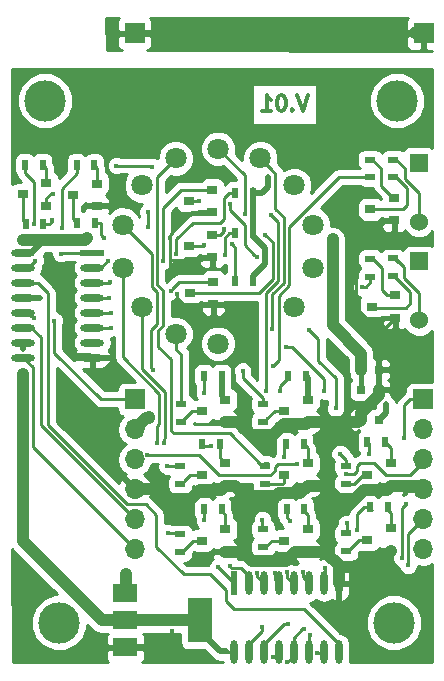
<source format=gbl>
%TF.GenerationSoftware,KiCad,Pcbnew,4.0.7*%
%TF.CreationDate,2017-11-22T17:52:21+08:00*%
%TF.ProjectId,NixieTube_QS30,4E69786965547562655F515333302E6B,rev?*%
%TF.FileFunction,Copper,L2,Bot,Signal*%
%FSLAX46Y46*%
G04 Gerber Fmt 4.6, Leading zero omitted, Abs format (unit mm)*
G04 Created by KiCad (PCBNEW 4.0.7) date 11/22/17 17:52:21*
%MOMM*%
%LPD*%
G01*
G04 APERTURE LIST*
%ADD10C,0.100000*%
%ADD11C,0.300000*%
%ADD12R,0.600000X2.000000*%
%ADD13O,0.600000X2.000000*%
%ADD14R,2.000000X3.800000*%
%ADD15R,2.000000X1.500000*%
%ADD16R,0.800000X0.750000*%
%ADD17C,3.500000*%
%ADD18R,0.900000X0.800000*%
%ADD19R,1.700000X1.700000*%
%ADD20R,0.500000X0.900000*%
%ADD21R,0.900000X0.500000*%
%ADD22R,2.000000X0.600000*%
%ADD23O,2.000000X0.600000*%
%ADD24O,1.700000X1.700000*%
%ADD25R,1.524000X1.524000*%
%ADD26C,1.524000*%
%ADD27C,1.800000*%
%ADD28C,0.453000*%
%ADD29C,1.000000*%
%ADD30C,0.400000*%
%ADD31C,1.000000*%
%ADD32C,0.250000*%
%ADD33C,0.500000*%
%ADD34C,0.400000*%
%ADD35C,0.254000*%
G04 APERTURE END LIST*
D10*
D11*
X25740952Y-7248095D02*
X25307619Y-8548095D01*
X24874286Y-7248095D01*
X24440952Y-8424286D02*
X24379047Y-8486190D01*
X24440952Y-8548095D01*
X24502857Y-8486190D01*
X24440952Y-8424286D01*
X24440952Y-8548095D01*
X23574285Y-7248095D02*
X23450476Y-7248095D01*
X23326666Y-7310000D01*
X23264761Y-7371905D01*
X23202857Y-7495714D01*
X23140952Y-7743333D01*
X23140952Y-8052857D01*
X23202857Y-8300476D01*
X23264761Y-8424286D01*
X23326666Y-8486190D01*
X23450476Y-8548095D01*
X23574285Y-8548095D01*
X23698095Y-8486190D01*
X23759999Y-8424286D01*
X23821904Y-8300476D01*
X23883809Y-8052857D01*
X23883809Y-7743333D01*
X23821904Y-7495714D01*
X23759999Y-7371905D01*
X23698095Y-7310000D01*
X23574285Y-7248095D01*
X21902857Y-8548095D02*
X22645714Y-8548095D01*
X22274285Y-8548095D02*
X22274285Y-7248095D01*
X22398095Y-7433810D01*
X22521904Y-7557619D01*
X22645714Y-7619524D01*
D12*
X19490000Y-48570000D03*
D13*
X20760000Y-48570000D03*
X22030000Y-48570000D03*
X23300000Y-48570000D03*
X24570000Y-48570000D03*
X25840000Y-48570000D03*
X27110000Y-48570000D03*
X27110000Y-54420000D03*
X25840000Y-54420000D03*
X24570000Y-54420000D03*
X23300000Y-54420000D03*
X22030000Y-54420000D03*
X20760000Y-54420000D03*
X19490000Y-54420000D03*
X28380000Y-48570000D03*
X28380000Y-54420000D03*
D14*
X16600000Y-51700000D03*
D15*
X10300000Y-51700000D03*
X10300000Y-49400000D03*
X10300000Y-54000000D03*
D16*
X31750000Y-30500000D03*
X30250000Y-30500000D03*
D17*
X33300000Y-7700000D03*
X3500000Y-7700000D03*
X4700000Y-51900000D03*
X33030000Y-51900000D03*
D18*
X3600000Y-14700000D03*
X3600000Y-16600000D03*
X1600000Y-15650000D03*
D16*
X30240000Y-34730000D03*
X31740000Y-34730000D03*
D19*
X11100000Y-2000000D03*
D18*
X7875000Y-14725000D03*
X7875000Y-16625000D03*
X5875000Y-15675000D03*
X25750000Y-33050000D03*
X25750000Y-34950000D03*
X23750000Y-34000000D03*
X18750000Y-44000000D03*
X18750000Y-45900000D03*
X16750000Y-44950000D03*
X18750000Y-38425000D03*
X18750000Y-40325000D03*
X16750000Y-39375000D03*
X32800000Y-43925000D03*
X32800000Y-45825000D03*
X30800000Y-44875000D03*
X18750000Y-33050000D03*
X18750000Y-34950000D03*
X16750000Y-34000000D03*
X25750000Y-44000000D03*
X25750000Y-45900000D03*
X23750000Y-44950000D03*
X32800000Y-38425000D03*
X32800000Y-40325000D03*
X30800000Y-39375000D03*
X25750000Y-38425000D03*
X25750000Y-40325000D03*
X23750000Y-39375000D03*
X17750000Y-23050000D03*
X17750000Y-24950000D03*
X15750000Y-24000000D03*
X17650000Y-19050000D03*
X17650000Y-20950000D03*
X15650000Y-20000000D03*
X17650000Y-15250000D03*
X17650000Y-17150000D03*
X15650000Y-16200000D03*
X33150000Y-24200000D03*
X33150000Y-26100000D03*
X31150000Y-25150000D03*
D20*
X7725000Y-18075000D03*
X6225000Y-18075000D03*
X3350000Y-18150000D03*
X1850000Y-18150000D03*
D21*
X29000000Y-44350000D03*
X29000000Y-45850000D03*
X21950000Y-33400000D03*
X21950000Y-34900000D03*
X14950000Y-44425000D03*
X14950000Y-45925000D03*
X14950000Y-38625000D03*
X14950000Y-40125000D03*
X15050000Y-33400000D03*
X15050000Y-34900000D03*
X29000000Y-38625000D03*
X29000000Y-40125000D03*
D20*
X21100000Y-23000000D03*
X19600000Y-23000000D03*
X21100000Y-18950000D03*
X19600000Y-18950000D03*
X21100000Y-15500000D03*
X19600000Y-15500000D03*
X7675000Y-13175000D03*
X6175000Y-13175000D03*
X24100000Y-31000000D03*
X25600000Y-31000000D03*
X1800000Y-13150000D03*
X3300000Y-13150000D03*
X16950000Y-42250000D03*
X18450000Y-42250000D03*
X16800000Y-36800000D03*
X18300000Y-36800000D03*
X31000000Y-42125000D03*
X32500000Y-42125000D03*
X16950000Y-31000000D03*
X18450000Y-31000000D03*
X23950000Y-42275000D03*
X25450000Y-42275000D03*
X30800000Y-36625000D03*
X32300000Y-36625000D03*
X23890000Y-36790000D03*
X25390000Y-36790000D03*
D21*
X31050000Y-22600000D03*
X31050000Y-21100000D03*
X32950000Y-21050000D03*
X32950000Y-22550000D03*
D22*
X7500000Y-20580000D03*
D23*
X7500000Y-21850000D03*
X7500000Y-23120000D03*
X7500000Y-24390000D03*
X7500000Y-25660000D03*
X7500000Y-26930000D03*
X7500000Y-28200000D03*
X1650000Y-28200000D03*
X1650000Y-26930000D03*
X1650000Y-25660000D03*
X1650000Y-24390000D03*
X1650000Y-23120000D03*
X1650000Y-21850000D03*
X1650000Y-20580000D03*
X7500000Y-29470000D03*
X1650000Y-29470000D03*
D18*
X33050000Y-15950000D03*
X33050000Y-17850000D03*
X31050000Y-16900000D03*
D21*
X31000000Y-14200000D03*
X31000000Y-12700000D03*
X33000000Y-12700000D03*
X33000000Y-14200000D03*
D19*
X11100000Y-33000000D03*
D24*
X11100000Y-35540000D03*
X11100000Y-38080000D03*
X11100000Y-40620000D03*
X11100000Y-43160000D03*
X11100000Y-45700000D03*
D16*
X31750000Y-32200000D03*
X30250000Y-32200000D03*
D21*
X21950000Y-44000000D03*
X21950000Y-45500000D03*
X22100000Y-38625000D03*
X22100000Y-40125000D03*
D19*
X35550000Y-2000000D03*
X35500000Y-33000000D03*
D24*
X35500000Y-35540000D03*
X35500000Y-38080000D03*
X35500000Y-40620000D03*
X35500000Y-43160000D03*
X35500000Y-45700000D03*
D25*
X35150000Y-12950000D03*
D26*
X35150000Y-17950000D03*
D25*
X35200000Y-21300000D03*
D26*
X35200000Y-26300000D03*
D27*
X18143155Y-11785798D03*
X14563614Y-12602805D03*
X11693045Y-14892007D03*
X10100000Y-18200000D03*
X10100000Y-21871596D03*
X11693045Y-25179589D03*
X14563614Y-27468791D03*
X18143155Y-28285798D03*
X24593265Y-25179589D03*
X26186310Y-21871596D03*
X26186310Y-18200000D03*
X24593265Y-14892007D03*
X21722696Y-12602805D03*
D28*
X14055611Y-19370199D03*
X14075000Y-22050000D03*
X4199998Y-15575000D03*
X14672662Y-24116713D03*
X17350000Y-54900000D03*
X22800000Y-54850000D03*
X14275000Y-52626510D03*
X16525000Y-46975000D03*
X10400000Y-16700000D03*
X6149996Y-32650000D03*
D29*
X20400000Y-35500000D03*
X20400000Y-41150000D03*
D28*
X6160000Y-29300000D03*
X3090000Y-24380000D03*
D30*
X6925000Y-16700000D03*
X22350000Y-14200000D03*
D28*
X18800000Y-54324989D03*
D29*
X27850000Y-19450000D03*
X7050000Y-19350000D03*
X1625000Y-30875000D03*
D28*
X26566500Y-54500000D03*
D29*
X1650000Y-19500000D03*
D30*
X1650000Y-28719990D03*
X21405137Y-20955096D03*
X19150010Y-16450000D03*
X16575000Y-16200000D03*
X18749656Y-20800498D03*
X14601541Y-20650000D03*
X24100000Y-52050000D03*
X25916120Y-52977817D03*
X34240000Y-47050000D03*
X12124990Y-37705129D03*
X24850000Y-38450000D03*
X29000000Y-39350000D03*
D28*
X29400000Y-1600000D03*
X32150000Y-1400000D03*
X14250000Y-1250000D03*
X28840000Y-1975000D03*
X32650000Y-1975000D03*
X18680000Y-1975000D03*
X13600000Y-2000000D03*
X14870000Y-2000000D03*
D30*
X18625000Y-18575000D03*
X8800000Y-21300000D03*
X13525021Y-21250000D03*
X9000000Y-23100000D03*
X14131615Y-23800823D03*
X8950000Y-24450000D03*
D28*
X12185701Y-18428676D03*
D30*
X8450000Y-19350000D03*
D28*
X12250000Y-17100000D03*
D30*
X12584000Y-13294000D03*
X4050000Y-17850000D03*
X9550000Y-13200000D03*
X22750011Y-27028732D03*
X29050000Y-43500000D03*
X28100000Y-33750000D03*
X25850000Y-27150000D03*
X22624990Y-17350000D03*
X20400000Y-17300000D03*
X21900000Y-43200000D03*
X22225001Y-32275001D03*
X20222661Y-30625021D03*
X12650000Y-30500000D03*
X12940778Y-36730779D03*
X13900000Y-44300000D03*
X13610000Y-36660000D03*
X13850000Y-38650000D03*
X23900000Y-28550000D03*
X27150000Y-32300000D03*
X28500000Y-37600000D03*
X21911239Y-52258761D03*
X30910000Y-37590000D03*
X23700000Y-37920000D03*
X24000000Y-47600000D03*
X16996619Y-32425033D03*
X18140000Y-47230000D03*
X25300000Y-47600000D03*
X24225010Y-43270000D03*
X27180000Y-47280000D03*
X29920000Y-44050000D03*
D28*
X17550000Y-36950000D03*
D30*
X19140000Y-47120000D03*
D28*
X2526528Y-18177216D03*
X2622954Y-21253286D03*
D30*
X21481076Y-47720010D03*
X16990000Y-43230000D03*
X4899996Y-18500000D03*
X4850000Y-20650000D03*
X23404832Y-32250012D03*
X22998109Y-47720010D03*
X9100000Y-25700000D03*
D28*
X30376510Y-23495634D03*
X22776511Y-30201510D03*
D30*
X9050000Y-26950000D03*
D29*
X12334968Y-34520000D03*
X10375000Y-47750000D03*
D30*
X32350000Y-33400000D03*
X33714990Y-46430464D03*
X25450000Y-52474990D03*
X2550010Y-26152560D03*
X4286512Y-26360000D03*
D28*
X24026500Y-55245010D03*
D30*
X33914488Y-36231958D03*
X34040000Y-41860000D03*
X22150000Y-19050000D03*
X19299988Y-19843485D03*
X17000136Y-19898000D03*
D31*
X30240000Y-34166482D02*
X30240000Y-34730000D01*
X31750000Y-32200000D02*
X31750000Y-32656482D01*
X31750000Y-32656482D02*
X30240000Y-34166482D01*
X25750000Y-34950000D02*
X30020000Y-34950000D01*
X30020000Y-34950000D02*
X30240000Y-34730000D01*
D32*
X14055611Y-19049880D02*
X14055611Y-19370199D01*
X15955491Y-17150000D02*
X14055611Y-19049880D01*
X17650000Y-17150000D02*
X15955491Y-17150000D01*
X14076531Y-21271959D02*
X14055611Y-21251039D01*
X14055611Y-19690518D02*
X14055611Y-19370199D01*
X14055611Y-21251039D02*
X14055611Y-19690518D01*
X31750000Y-30500000D02*
X31750000Y-27450000D01*
X31750000Y-27450000D02*
X33100000Y-26100000D01*
X33100000Y-26100000D02*
X33150000Y-26100000D01*
X14075000Y-22054677D02*
X14075000Y-21273490D01*
X14148490Y-21200000D02*
X16700000Y-21200000D01*
X14075000Y-21273490D02*
X14148490Y-21200000D01*
X16700000Y-21200000D02*
X16950000Y-20950000D01*
X16950000Y-20950000D02*
X17650000Y-20950000D01*
X3975000Y-15575000D02*
X4199998Y-15575000D01*
X3600000Y-15950000D02*
X3975000Y-15575000D01*
X3600000Y-16600000D02*
X3600000Y-15950000D01*
X15185630Y-24950000D02*
X14672662Y-24437032D01*
X14672662Y-24437032D02*
X14672662Y-24116713D01*
X17750000Y-24950000D02*
X15185630Y-24950000D01*
X17123501Y-54673501D02*
X17350000Y-54900000D01*
X17000000Y-54550000D02*
X17123501Y-54673501D01*
X14250000Y-54550000D02*
X17000000Y-54550000D01*
X22800000Y-54850000D02*
X22870000Y-54850000D01*
X22870000Y-54850000D02*
X23300000Y-54420000D01*
X14275000Y-54525000D02*
X14275000Y-52626510D01*
X14250000Y-54550000D02*
X14275000Y-54525000D01*
X16525000Y-46975000D02*
X17600000Y-45900000D01*
X17600000Y-45900000D02*
X18750000Y-45900000D01*
D33*
X12350000Y-54550000D02*
X14250000Y-54550000D01*
X23300000Y-54420000D02*
X23300000Y-54368500D01*
X10300000Y-54000000D02*
X11800000Y-54000000D01*
X11800000Y-54000000D02*
X12350000Y-54550000D01*
D32*
X30664998Y-26100000D02*
X33150000Y-26100000D01*
X29825000Y-20375000D02*
X29825000Y-25260002D01*
X29825000Y-25260002D02*
X30664998Y-26100000D01*
X33050000Y-17850000D02*
X32350000Y-17850000D01*
X32350000Y-17850000D02*
X29825000Y-20375000D01*
D31*
X23870001Y-46699999D02*
X20999999Y-46699999D01*
X25750000Y-45900000D02*
X24670000Y-45900000D01*
X24670000Y-45900000D02*
X23870001Y-46699999D01*
X20999999Y-46699999D02*
X20200000Y-45900000D01*
D32*
X10325000Y-16625000D02*
X10400000Y-16700000D01*
X7875000Y-16625000D02*
X10325000Y-16625000D01*
D33*
X6160000Y-29300000D02*
X7330000Y-29300000D01*
X7330000Y-29300000D02*
X7500000Y-29470000D01*
X6149996Y-35669996D02*
X6149996Y-32650000D01*
X11100000Y-40620000D02*
X6149996Y-35669996D01*
D31*
X18750000Y-40325000D02*
X19575000Y-40325000D01*
X19575000Y-40325000D02*
X20400000Y-41150000D01*
X23309987Y-40955011D02*
X23114998Y-41150000D01*
X23114998Y-41150000D02*
X20400000Y-41150000D01*
X18750000Y-34950000D02*
X19850000Y-34950000D01*
X19850000Y-34950000D02*
X20400000Y-35500000D01*
X22810003Y-35999999D02*
X20899999Y-35999999D01*
X23710001Y-35100001D02*
X22810003Y-35999999D01*
X25599999Y-35100001D02*
X23710001Y-35100001D01*
X20899999Y-35999999D02*
X20400000Y-35500000D01*
X25750000Y-34950000D02*
X25599999Y-35100001D01*
X20400000Y-45700000D02*
X20400000Y-41150000D01*
X20200000Y-45900000D02*
X20400000Y-45700000D01*
D33*
X3090000Y-24380000D02*
X1660000Y-24380000D01*
X1660000Y-24380000D02*
X1650000Y-24390000D01*
D31*
X25119989Y-40955011D02*
X23309987Y-40955011D01*
X25750000Y-40325000D02*
X25119989Y-40955011D01*
X25750000Y-40325000D02*
X27200000Y-40325000D01*
X27200000Y-40325000D02*
X28505002Y-41630002D01*
X28505002Y-41630002D02*
X29534996Y-41630002D01*
X29534996Y-41630002D02*
X30464998Y-40700000D01*
X30464998Y-40700000D02*
X32425000Y-40700000D01*
X32425000Y-40700000D02*
X32800000Y-40325000D01*
X18750000Y-45900000D02*
X20200000Y-45900000D01*
X11100000Y-40630000D02*
X12730000Y-40630000D01*
X13800000Y-41700000D02*
X15600000Y-41700000D01*
X12730000Y-40630000D02*
X13800000Y-41700000D01*
X18425000Y-40650000D02*
X18750000Y-40325000D01*
X15600000Y-41700000D02*
X16650000Y-40650000D01*
X16650000Y-40650000D02*
X18425000Y-40650000D01*
D32*
X28380000Y-48890060D02*
X28380000Y-48570000D01*
X23300000Y-54420000D02*
X23300000Y-53720000D01*
X7875000Y-16625000D02*
X7000000Y-16625000D01*
X7000000Y-16625000D02*
X6925000Y-16700000D01*
D31*
X31350000Y-47225000D02*
X32750000Y-45825000D01*
X28525000Y-47225000D02*
X31350000Y-47225000D01*
D32*
X23300000Y-54420000D02*
X23423500Y-54420000D01*
D33*
X23300000Y-54420000D02*
X23378009Y-54341991D01*
X23300000Y-54420000D02*
X23300000Y-54388480D01*
D32*
X1650000Y-24390000D02*
X2540000Y-24390000D01*
D31*
X28380000Y-48570000D02*
X28380000Y-47370000D01*
X28380000Y-47370000D02*
X28525000Y-47225000D01*
X27200000Y-45900000D02*
X28525000Y-47225000D01*
X32750000Y-45825000D02*
X32800000Y-45825000D01*
X25750000Y-45900000D02*
X27200000Y-45900000D01*
X18700000Y-40325000D02*
X18750000Y-40325000D01*
X32800000Y-40325000D02*
X35105000Y-40325000D01*
X35105000Y-40325000D02*
X35550000Y-40770000D01*
D32*
X17750000Y-24950000D02*
X17700000Y-24950000D01*
X17525000Y-17275000D02*
X17650000Y-17150000D01*
X33175000Y-26100000D02*
X33150000Y-26100000D01*
X33100000Y-17850000D02*
X33050000Y-17850000D01*
D33*
X10300000Y-54000000D02*
X10560002Y-54000000D01*
X10560002Y-54000000D02*
X10570002Y-53990000D01*
D31*
X27850000Y-26725000D02*
X27850000Y-19450000D01*
X30250000Y-29125000D02*
X27850000Y-26725000D01*
X30250000Y-30500000D02*
X30250000Y-29125000D01*
D33*
X21100000Y-22588004D02*
X22124978Y-21563026D01*
X22124978Y-21563026D02*
X22124978Y-20174978D01*
X22124978Y-20174978D02*
X21100000Y-19150000D01*
X21100000Y-19150000D02*
X21100000Y-18950000D01*
X22350000Y-15000000D02*
X22350000Y-14200000D01*
X21850000Y-15500000D02*
X22350000Y-15000000D01*
X21100000Y-18950000D02*
X21100000Y-15700000D01*
X21100000Y-15700000D02*
X21100000Y-15500000D01*
X21100000Y-15500000D02*
X21850000Y-15500000D01*
X21100000Y-15500000D02*
X21100000Y-15300000D01*
X16600000Y-52600000D02*
X18324989Y-54324989D01*
X18479681Y-54324989D02*
X18800000Y-54324989D01*
X16600000Y-51700000D02*
X16600000Y-52600000D01*
X18324989Y-54324989D02*
X18479681Y-54324989D01*
D32*
X18895011Y-54420000D02*
X18800000Y-54324989D01*
X19490000Y-54420000D02*
X18895011Y-54420000D01*
D31*
X3200000Y-19500000D02*
X6900000Y-19500000D01*
X6900000Y-19500000D02*
X7050000Y-19350000D01*
X10300000Y-51700000D02*
X16600000Y-51700000D01*
X1650000Y-19500000D02*
X3200000Y-19500000D01*
D33*
X2350000Y-20580000D02*
X3200000Y-19730000D01*
X1650000Y-20580000D02*
X2350000Y-20580000D01*
X3200000Y-19730000D02*
X3200000Y-19500000D01*
D31*
X1625000Y-45025000D02*
X1625000Y-30875000D01*
X8300000Y-51700000D02*
X1625000Y-45025000D01*
X10300000Y-51700000D02*
X8300000Y-51700000D01*
X10300000Y-51700000D02*
X9300000Y-51700000D01*
D33*
X16600000Y-51700000D02*
X16600000Y-51900000D01*
D34*
X21100000Y-23000000D02*
X21100000Y-22588004D01*
D32*
X26566500Y-54500000D02*
X27030000Y-54500000D01*
X27030000Y-54500000D02*
X27110000Y-54420000D01*
D33*
X1650000Y-28200000D02*
X1650000Y-28719990D01*
D34*
X30250000Y-30500000D02*
X30250000Y-32200000D01*
X21100000Y-18950000D02*
X21100000Y-18663616D01*
D32*
X20400000Y-18250000D02*
X20400000Y-19949959D01*
X21205138Y-20755097D02*
X21405137Y-20955096D01*
X19150010Y-17000010D02*
X20400000Y-18250000D01*
X19150010Y-16450000D02*
X19150010Y-17000010D01*
X20400000Y-19949959D02*
X21205138Y-20755097D01*
X15650000Y-16200000D02*
X16575000Y-16200000D01*
X15850000Y-16400000D02*
X15650000Y-16200000D01*
X18749656Y-19300344D02*
X18749656Y-20517656D01*
X19100000Y-18950000D02*
X18749656Y-19300344D01*
X18749656Y-20517656D02*
X18749656Y-20800498D01*
X19600000Y-18950000D02*
X19100000Y-18950000D01*
X19600000Y-18950000D02*
X19600000Y-18750000D01*
X16000000Y-18050000D02*
X14601541Y-19448459D01*
X19600000Y-15500000D02*
X19100000Y-15500000D01*
X19100000Y-15500000D02*
X18625000Y-15975000D01*
X18625000Y-15975000D02*
X18625000Y-17700000D01*
X18625000Y-17700000D02*
X18275000Y-18050000D01*
X18275000Y-18050000D02*
X16000000Y-18050000D01*
X14601541Y-19448459D02*
X14601541Y-20367158D01*
X14601541Y-20367158D02*
X14601541Y-20650000D01*
X19600000Y-15500000D02*
X19600000Y-15300000D01*
X19575000Y-15525000D02*
X19600000Y-15500000D01*
X23700000Y-52050000D02*
X24100000Y-52050000D01*
X22030000Y-53720000D02*
X23700000Y-52050000D01*
X22030000Y-54420000D02*
X22030000Y-53720000D01*
X34240000Y-47050000D02*
X34240000Y-44420000D01*
X34240000Y-44420000D02*
X35500000Y-43160000D01*
X25840000Y-53053937D02*
X25916120Y-52977817D01*
X25840000Y-54420000D02*
X25840000Y-53053937D01*
X3120000Y-35180000D02*
X11100000Y-43160000D01*
X3120000Y-27700000D02*
X3120000Y-35180000D01*
X1650000Y-26930000D02*
X2350000Y-26930000D01*
X2350000Y-26930000D02*
X3120000Y-27700000D01*
X24850000Y-38450000D02*
X24820000Y-38480000D01*
X22950000Y-39060002D02*
X22584989Y-39425013D01*
X24820000Y-38480000D02*
X23209998Y-38480000D01*
X23209998Y-38480000D02*
X22950000Y-38739998D01*
X22950000Y-38739998D02*
X22950000Y-39060002D01*
X22584989Y-39425013D02*
X18235015Y-39425013D01*
X18235015Y-39425013D02*
X16515131Y-37705129D01*
X16515131Y-37705129D02*
X12407832Y-37705129D01*
X12407832Y-37705129D02*
X12124990Y-37705129D01*
X29000000Y-39350000D02*
X29700000Y-39350000D01*
X30200000Y-38400000D02*
X31327854Y-38400000D01*
X29700000Y-39350000D02*
X29950000Y-39100000D01*
X31327854Y-38400000D02*
X32327854Y-39400000D01*
X29950000Y-39100000D02*
X29950000Y-38650000D01*
X34380000Y-39400000D02*
X35550000Y-38230000D01*
X29950000Y-38650000D02*
X30200000Y-38400000D01*
X32327854Y-39400000D02*
X34380000Y-39400000D01*
D33*
X32150000Y-1400000D02*
X29600000Y-1400000D01*
X29215000Y-1600000D02*
X29400000Y-1600000D01*
X29600000Y-1400000D02*
X29400000Y-1600000D01*
X28840000Y-1975000D02*
X29215000Y-1600000D01*
X31875000Y-1675000D02*
X32150000Y-1400000D01*
X31875000Y-1975000D02*
X31875000Y-1675000D01*
X32650000Y-1975000D02*
X31875000Y-1975000D01*
X33920000Y-1975000D02*
X31875000Y-1975000D01*
X18680000Y-1975000D02*
X28840000Y-1975000D01*
X33920000Y-1975000D02*
X34850000Y-1975000D01*
X33920000Y-1975000D02*
X32650000Y-1975000D01*
X11350000Y-1975000D02*
X18680000Y-1975000D01*
D31*
X34850000Y-1975000D02*
X34900000Y-1925000D01*
X35150000Y-2175000D02*
X34900000Y-1925000D01*
D32*
X2450011Y-30270011D02*
X1650000Y-29470000D01*
X2450011Y-37050011D02*
X2450011Y-30270011D01*
X11100000Y-45700000D02*
X2450011Y-37050011D01*
X7875000Y-14725000D02*
X7875000Y-13375000D01*
X7875000Y-13375000D02*
X7675000Y-13175000D01*
X5875000Y-15675000D02*
X5875000Y-17725000D01*
X5875000Y-17725000D02*
X6225000Y-18075000D01*
D33*
X25750000Y-33050000D02*
X25750000Y-31150000D01*
X25750000Y-31150000D02*
X25600000Y-31000000D01*
D32*
X25600000Y-32900000D02*
X25750000Y-33050000D01*
X23750000Y-34000000D02*
X22950000Y-34000000D01*
X22950000Y-34000000D02*
X22250000Y-34700000D01*
X3600000Y-14700000D02*
X3600000Y-13450000D01*
X3600000Y-13450000D02*
X3300000Y-13150000D01*
X1600000Y-15650000D02*
X1600000Y-17900000D01*
X1600000Y-17900000D02*
X1850000Y-18150000D01*
X18750000Y-44000000D02*
X18750000Y-42750000D01*
X18750000Y-42750000D02*
X18450000Y-42450000D01*
X16750000Y-44950000D02*
X16025000Y-44950000D01*
X16025000Y-44950000D02*
X15250000Y-45725000D01*
X18300000Y-36800000D02*
X18300000Y-37975000D01*
X18300000Y-37975000D02*
X18750000Y-38425000D01*
X16750000Y-39375000D02*
X15800000Y-39375000D01*
X15800000Y-39375000D02*
X15250000Y-39925000D01*
X32800000Y-43925000D02*
X32800000Y-42625000D01*
X32800000Y-42625000D02*
X32500000Y-42325000D01*
X30800000Y-44875000D02*
X30075000Y-44875000D01*
X30075000Y-44875000D02*
X29300000Y-45650000D01*
D33*
X18450000Y-31000000D02*
X18450000Y-32750000D01*
X18450000Y-32750000D02*
X18750000Y-33050000D01*
D32*
X15950000Y-34000000D02*
X15050000Y-34900000D01*
X16750000Y-34000000D02*
X15950000Y-34000000D01*
X25750000Y-44000000D02*
X25750000Y-42775000D01*
X25750000Y-42775000D02*
X25450000Y-42475000D01*
X23750000Y-44950000D02*
X22700000Y-44950000D01*
X22700000Y-44950000D02*
X22150000Y-45500000D01*
X22150000Y-45500000D02*
X21950000Y-45500000D01*
X32800000Y-37125000D02*
X32300000Y-36625000D01*
X32800000Y-38425000D02*
X32800000Y-37125000D01*
X29700000Y-40125000D02*
X29000000Y-40125000D01*
X30450000Y-39375000D02*
X29700000Y-40125000D01*
X30800000Y-39375000D02*
X30450000Y-39375000D01*
X30800000Y-39375000D02*
X30522002Y-39375000D01*
X25750000Y-38425000D02*
X25750000Y-37150000D01*
X25750000Y-37150000D02*
X25390000Y-36790000D01*
X23645000Y-40130000D02*
X23640000Y-40125000D01*
X23640000Y-40125000D02*
X22100000Y-40125000D01*
X23750000Y-39375000D02*
X23750000Y-40025000D01*
X23750000Y-40025000D02*
X23645000Y-40130000D01*
X18350000Y-19050000D02*
X18625000Y-18775000D01*
X18625000Y-18775000D02*
X18625000Y-18575000D01*
X17650000Y-19050000D02*
X18350000Y-19050000D01*
X7500000Y-21850000D02*
X8200000Y-21850000D01*
X8750000Y-21300000D02*
X8800000Y-21300000D01*
X8200000Y-21850000D02*
X8750000Y-21300000D01*
X17650000Y-19050000D02*
X17700000Y-19050000D01*
X13504109Y-20946246D02*
X13525021Y-20967158D01*
X15050000Y-15250000D02*
X13504109Y-16795891D01*
X13504109Y-16795891D02*
X13504109Y-20946246D01*
X13525021Y-20967158D02*
X13525021Y-21250000D01*
X17650000Y-15250000D02*
X15050000Y-15250000D01*
X7500000Y-23120000D02*
X8980000Y-23120000D01*
X8980000Y-23120000D02*
X9000000Y-23100000D01*
X17600000Y-15300000D02*
X17650000Y-15250000D01*
X17700000Y-15250000D02*
X17650000Y-15250000D01*
X7660000Y-23280000D02*
X7500000Y-23120000D01*
X17750000Y-23050000D02*
X14882438Y-23050000D01*
X14882438Y-23050000D02*
X14331614Y-23600824D01*
X14331614Y-23600824D02*
X14131615Y-23800823D01*
X8890000Y-24390000D02*
X8950000Y-24450000D01*
X7500000Y-24390000D02*
X8890000Y-24390000D01*
X33150000Y-24200000D02*
X32450000Y-24200000D01*
X32450000Y-24200000D02*
X32000000Y-23750000D01*
X31250000Y-21100000D02*
X31050000Y-21100000D01*
X32000000Y-23750000D02*
X32000000Y-21850000D01*
X32000000Y-21850000D02*
X31250000Y-21100000D01*
X12250000Y-18364377D02*
X12185701Y-18428676D01*
X12250000Y-17100000D02*
X12250000Y-18364377D01*
X8225000Y-18075000D02*
X8225000Y-19125000D01*
X8225000Y-19125000D02*
X8450000Y-19350000D01*
X7725000Y-18075000D02*
X8225000Y-18075000D01*
X7725000Y-18075000D02*
X7725000Y-18275000D01*
X12490000Y-13200000D02*
X12584000Y-13294000D01*
X9550000Y-13200000D02*
X12490000Y-13200000D01*
X4050000Y-17950000D02*
X4050000Y-17850000D01*
X3350000Y-18150000D02*
X3850000Y-18150000D01*
X3850000Y-18150000D02*
X4050000Y-17950000D01*
X22622695Y-13502804D02*
X21722696Y-12602805D01*
X22750011Y-24097811D02*
X23700022Y-23147800D01*
X22750011Y-27028732D02*
X22750011Y-24097811D01*
X23700022Y-17600022D02*
X23000000Y-16900000D01*
X23700022Y-23147800D02*
X23700022Y-17600022D01*
X23000000Y-16900000D02*
X23000000Y-13880109D01*
X23000000Y-13880109D02*
X22622695Y-13502804D01*
X29050000Y-43500000D02*
X29050000Y-44300000D01*
X29050000Y-44300000D02*
X29000000Y-44350000D01*
X28100000Y-31200000D02*
X28100000Y-33750000D01*
X26625012Y-29725012D02*
X28100000Y-31200000D01*
X25850000Y-27150000D02*
X26625012Y-27925012D01*
X26625012Y-27925012D02*
X26625012Y-29725012D01*
X29044277Y-44305723D02*
X29000000Y-44350000D01*
X22824989Y-17549999D02*
X22624990Y-17350000D01*
X22225001Y-23986410D02*
X23250011Y-22961400D01*
X22225001Y-32275001D02*
X22225001Y-23986410D01*
X23250011Y-17975021D02*
X22824989Y-17549999D01*
X23250011Y-22961400D02*
X23250011Y-17975021D01*
X20400000Y-17017158D02*
X20400000Y-17300000D01*
X20400000Y-14042643D02*
X20400000Y-17017158D01*
X18143155Y-11785798D02*
X20400000Y-14042643D01*
X21900000Y-43200000D02*
X21900000Y-43950000D01*
X21900000Y-43950000D02*
X21950000Y-44000000D01*
X13000011Y-23313601D02*
X13450010Y-23763600D01*
X14563614Y-12602805D02*
X13000011Y-14166408D01*
X13000011Y-14166408D02*
X13000011Y-23313601D01*
X13450010Y-26769393D02*
X13092000Y-27127403D01*
X14140000Y-35640000D02*
X14380000Y-35880000D01*
X13450010Y-23763600D02*
X13450010Y-26769393D01*
X13092000Y-27127403D02*
X13092000Y-28534000D01*
X14140000Y-29582000D02*
X14140000Y-35640000D01*
X13092000Y-28534000D02*
X14140000Y-29582000D01*
X21900000Y-38625000D02*
X22100000Y-38625000D01*
X14380000Y-35880000D02*
X19155000Y-35880000D01*
X19155000Y-35880000D02*
X21900000Y-38625000D01*
X22400000Y-38425000D02*
X22003998Y-38425000D01*
X12450001Y-30300001D02*
X12650000Y-30500000D01*
X12999999Y-26582993D02*
X12450001Y-27132991D01*
X12450001Y-27132991D02*
X12450001Y-30300001D01*
X12999999Y-23950000D02*
X12999999Y-26582993D01*
X12550000Y-20650000D02*
X12550000Y-23500001D01*
X10100000Y-18200000D02*
X12550000Y-20650000D01*
X12550000Y-23500001D02*
X12999999Y-23950000D01*
X21950000Y-33400000D02*
X21950000Y-32900000D01*
X20222661Y-30907863D02*
X20222661Y-30625021D01*
X20222661Y-31172661D02*
X20222661Y-30907863D01*
X21950000Y-32900000D02*
X20222661Y-31172661D01*
X10100000Y-21871596D02*
X10100000Y-29450000D01*
X12940778Y-36447937D02*
X12940778Y-36730779D01*
X10100000Y-29450000D02*
X13159978Y-32509978D01*
X13159978Y-32509978D02*
X13159978Y-35071026D01*
X13159978Y-35071026D02*
X12940778Y-35290226D01*
X12940778Y-35290226D02*
X12940778Y-36447937D01*
X13900000Y-44300000D02*
X14825000Y-44300000D01*
X14825000Y-44300000D02*
X14950000Y-44425000D01*
X11693045Y-25179589D02*
X11693045Y-30406634D01*
X11693045Y-30406634D02*
X13680000Y-32393589D01*
X13680000Y-36307158D02*
X13610000Y-36377158D01*
X13680000Y-32393589D02*
X13680000Y-36307158D01*
X13610000Y-36377158D02*
X13610000Y-36660000D01*
X13850000Y-38650000D02*
X14925000Y-38650000D01*
X14925000Y-38650000D02*
X14950000Y-38625000D01*
X15050000Y-33400000D02*
X15050000Y-29227969D01*
X15050000Y-29227969D02*
X14563614Y-28741583D01*
X14563614Y-28741583D02*
X14563614Y-27468791D01*
X24435002Y-28550000D02*
X23900000Y-28550000D01*
X27150000Y-32300000D02*
X27150000Y-31264998D01*
X27150000Y-31264998D02*
X24435002Y-28550000D01*
X29000000Y-38625000D02*
X29000000Y-38100000D01*
X29000000Y-38100000D02*
X28500000Y-37600000D01*
X30910000Y-37590000D02*
X30910000Y-36735000D01*
X30910000Y-36735000D02*
X30800000Y-36625000D01*
X21911239Y-52568761D02*
X21911239Y-52258761D01*
X20760000Y-53720000D02*
X21911239Y-52568761D01*
X20760000Y-54420000D02*
X20760000Y-53720000D01*
X23700000Y-37920000D02*
X23700000Y-36980000D01*
X23700000Y-36980000D02*
X23890000Y-36790000D01*
X24570000Y-48570000D02*
X24470000Y-48570000D01*
X24000000Y-48100000D02*
X24000000Y-47600000D01*
X24470000Y-48570000D02*
X24000000Y-48100000D01*
X16950000Y-32378414D02*
X16996619Y-32425033D01*
X16950000Y-31000000D02*
X16950000Y-32378414D01*
X19490000Y-48570000D02*
X19480000Y-48570000D01*
X19480000Y-48570000D02*
X18140000Y-47230000D01*
X25300000Y-48030000D02*
X25300000Y-47600000D01*
X25840000Y-48570000D02*
X25300000Y-48030000D01*
X23950000Y-42994990D02*
X24225010Y-43270000D01*
X23950000Y-42275000D02*
X23950000Y-42994990D01*
X23899990Y-42424990D02*
X23780173Y-42424990D01*
X23950000Y-42475000D02*
X23899990Y-42424990D01*
X27180000Y-47280000D02*
X27180000Y-48500000D01*
X27180000Y-48500000D02*
X27110000Y-48570000D01*
X29920000Y-42705000D02*
X29920000Y-44050000D01*
X31000000Y-42125000D02*
X30500000Y-42125000D01*
X30500000Y-42125000D02*
X29920000Y-42705000D01*
X31125000Y-42350000D02*
X31150000Y-42325000D01*
X17550000Y-36950000D02*
X16950000Y-36950000D01*
X16950000Y-36950000D02*
X16800000Y-36800000D01*
X16815000Y-36690000D02*
X16750000Y-36625000D01*
X16835690Y-36825000D02*
X16827024Y-36833666D01*
X20760000Y-48570000D02*
X20760000Y-47954998D01*
X20760000Y-47954998D02*
X20050001Y-47244999D01*
X20050001Y-47244999D02*
X19264999Y-47244999D01*
X19264999Y-47244999D02*
X19140000Y-47120000D01*
X1800000Y-13850000D02*
X2526528Y-14576528D01*
X2526528Y-17856897D02*
X2526528Y-18177216D01*
X1800000Y-13150000D02*
X1800000Y-13850000D01*
X2526528Y-14576528D02*
X2526528Y-17856897D01*
X2026240Y-21850000D02*
X2622954Y-21253286D01*
X1650000Y-21850000D02*
X2026240Y-21850000D01*
X1336103Y-21850000D02*
X1650000Y-21850000D01*
X1800000Y-13150000D02*
X1800000Y-13350000D01*
X1825000Y-13175000D02*
X1800000Y-13150000D01*
X21481076Y-48021076D02*
X21481076Y-47720010D01*
X22030000Y-48570000D02*
X21481076Y-48021076D01*
X16990000Y-43230000D02*
X16990000Y-42290000D01*
X16990000Y-42290000D02*
X16950000Y-42250000D01*
X16950000Y-42450000D02*
X16950000Y-42250000D01*
X4899996Y-18217158D02*
X4899996Y-18500000D01*
X4899996Y-15150004D02*
X4899996Y-18217158D01*
X6175000Y-13175000D02*
X6175000Y-13875000D01*
X6175000Y-13875000D02*
X4899996Y-15150004D01*
X4920000Y-20580000D02*
X4850000Y-20650000D01*
X7500000Y-20580000D02*
X4920000Y-20580000D01*
X8200000Y-20580000D02*
X7500000Y-20580000D01*
X23404832Y-31895168D02*
X23404832Y-32250012D01*
X24100000Y-31000000D02*
X24100000Y-31200000D01*
X24100000Y-31200000D02*
X23404832Y-31895168D01*
X22998109Y-48268109D02*
X22998109Y-47720010D01*
X23300000Y-48570000D02*
X22998109Y-48268109D01*
X19470000Y-50770000D02*
X18800000Y-50100000D01*
X18800000Y-50100000D02*
X18800000Y-49160000D01*
X28380000Y-54420000D02*
X28380000Y-53720000D01*
X3761502Y-23981502D02*
X2900000Y-23120000D01*
X28380000Y-53720000D02*
X25430000Y-50770000D01*
X25430000Y-50770000D02*
X19470000Y-50770000D01*
X10476410Y-41900000D02*
X3770011Y-35193601D01*
X18800000Y-49160000D02*
X17465001Y-47825001D01*
X12050000Y-41900000D02*
X10476410Y-41900000D01*
X17465001Y-47825001D02*
X15225001Y-47825001D01*
X15225001Y-47825001D02*
X12900000Y-45500000D01*
X12900000Y-45500000D02*
X12900000Y-42750000D01*
X12900000Y-42750000D02*
X12050000Y-41900000D01*
X2900000Y-23120000D02*
X1650000Y-23120000D01*
X3770011Y-35193601D02*
X3770011Y-27417015D01*
X3770011Y-27417015D02*
X3761502Y-27408506D01*
X3761502Y-27408506D02*
X3761502Y-23981502D01*
X33725001Y-21625001D02*
X33920000Y-21820000D01*
X33920000Y-21820000D02*
X33920000Y-22708589D01*
X33920000Y-22708589D02*
X35200000Y-23988589D01*
X35200000Y-23988589D02*
X35200000Y-26300000D01*
X32950000Y-21050000D02*
X33150000Y-21050000D01*
X33150000Y-21050000D02*
X33725001Y-21625001D01*
X33725001Y-21625001D02*
X32950000Y-21050000D01*
X33000000Y-12700000D02*
X33200000Y-12700000D01*
X33200000Y-12700000D02*
X33950000Y-13450000D01*
X33950000Y-13450000D02*
X33950000Y-14313589D01*
X33950000Y-14313589D02*
X35150000Y-15513589D01*
X35150000Y-15513589D02*
X35150000Y-17950000D01*
X33050000Y-15950000D02*
X33000000Y-15950000D01*
X31950000Y-13450000D02*
X31200000Y-12700000D01*
X33000000Y-15950000D02*
X31950000Y-14900000D01*
X31950000Y-14900000D02*
X31950000Y-13450000D01*
X31200000Y-12700000D02*
X31000000Y-12700000D01*
X8750000Y-25660000D02*
X9060000Y-25660000D01*
X9060000Y-25660000D02*
X9100000Y-25700000D01*
X7500000Y-25660000D02*
X8750000Y-25660000D01*
X30654366Y-23495634D02*
X30376510Y-23495634D01*
X31050000Y-22600000D02*
X31050000Y-23100000D01*
X31050000Y-23100000D02*
X30654366Y-23495634D01*
X23275012Y-24209220D02*
X23275012Y-29703009D01*
X24150033Y-23334200D02*
X23275012Y-24209220D01*
X28373308Y-14200000D02*
X24150033Y-18423275D01*
X31000000Y-14200000D02*
X28373308Y-14200000D01*
X23003010Y-29975011D02*
X22776511Y-30201510D01*
X24150033Y-18423275D02*
X24150033Y-23334200D01*
X23275012Y-29703009D02*
X23003010Y-29975011D01*
X7500000Y-26930000D02*
X9030000Y-26930000D01*
X9030000Y-26930000D02*
X9050000Y-26950000D01*
X30950000Y-14250000D02*
X31000000Y-14200000D01*
D33*
X32350000Y-33750000D02*
X32350000Y-33400000D01*
X32350000Y-33428515D02*
X32364258Y-33414257D01*
X32350000Y-33750000D02*
X32350000Y-34120000D01*
X32350000Y-34120000D02*
X31740000Y-34730000D01*
D31*
X12056050Y-34583950D02*
X12271018Y-34583950D01*
X11100000Y-35540000D02*
X12056050Y-34583950D01*
X12271018Y-34583950D02*
X12334968Y-34520000D01*
X10375000Y-49325000D02*
X10375000Y-47750000D01*
X10300000Y-49400000D02*
X10375000Y-49325000D01*
D34*
X11100000Y-35550000D02*
X11100000Y-35466966D01*
D32*
X33714990Y-46147622D02*
X33714990Y-46430464D01*
X34040000Y-41860000D02*
X33714990Y-42185010D01*
X33714990Y-42185010D02*
X33714990Y-46147622D01*
X25265010Y-52474990D02*
X25450000Y-52474990D01*
X24570000Y-54420000D02*
X24570000Y-53170000D01*
X24570000Y-53170000D02*
X25265010Y-52474990D01*
X2350011Y-25952561D02*
X2550010Y-26152560D01*
X2057450Y-25660000D02*
X2350011Y-25952561D01*
X1650000Y-25660000D02*
X2057450Y-25660000D01*
X8240000Y-33000000D02*
X4286512Y-29046512D01*
X11100000Y-33000000D02*
X8240000Y-33000000D01*
X4286512Y-29046512D02*
X4286512Y-26360000D01*
X24570000Y-54701510D02*
X24026500Y-55245010D01*
X24570000Y-54420000D02*
X24570000Y-54701510D01*
X33914488Y-33485512D02*
X33914488Y-36231958D01*
X35500000Y-33000000D02*
X34400000Y-33000000D01*
X34400000Y-33000000D02*
X33914488Y-33485512D01*
X1710000Y-25600000D02*
X1650000Y-25660000D01*
X34889998Y-33150000D02*
X35550000Y-33150000D01*
X22800000Y-19700000D02*
X22150000Y-19050000D01*
X22800000Y-22775000D02*
X22800000Y-19700000D01*
X21575000Y-24000000D02*
X22800000Y-22775000D01*
X18235002Y-24000000D02*
X21575000Y-24000000D01*
X15750000Y-24000000D02*
X18235002Y-24000000D01*
X15750000Y-24000000D02*
X15700000Y-24000000D01*
X19600000Y-20143497D02*
X19499987Y-20043484D01*
X19600000Y-23000000D02*
X19600000Y-20143497D01*
X19499987Y-20043484D02*
X19299988Y-19843485D01*
X19600000Y-23200000D02*
X19600000Y-23000000D01*
X16898136Y-20000000D02*
X17000136Y-19898000D01*
X15650000Y-20000000D02*
X16898136Y-20000000D01*
X15656568Y-20006568D02*
X15650000Y-20000000D01*
X15650000Y-20000000D02*
X15700000Y-20000000D01*
X31150000Y-25150000D02*
X31225000Y-25225000D01*
X31225000Y-25225000D02*
X34025000Y-25225000D01*
X34025000Y-25225000D02*
X34425000Y-24825000D01*
X34425000Y-24825000D02*
X34425000Y-23900000D01*
X34425000Y-23900000D02*
X33075000Y-22550000D01*
X33075000Y-22550000D02*
X32950000Y-22550000D01*
X31050000Y-16900000D02*
X33775000Y-16900000D01*
X33775000Y-16900000D02*
X34125000Y-16550000D01*
X34125000Y-16550000D02*
X34125000Y-15125000D01*
X34125000Y-15125000D02*
X33200000Y-14200000D01*
X33200000Y-14200000D02*
X33000000Y-14200000D01*
D35*
G36*
X14696838Y-24635317D02*
X14835910Y-24851441D01*
X15048110Y-24996431D01*
X15300000Y-25047440D01*
X16200000Y-25047440D01*
X16435317Y-25003162D01*
X16651441Y-24864090D01*
X16722563Y-24760000D01*
X16760750Y-24760000D01*
X16823750Y-24823000D01*
X17623000Y-24823000D01*
X17623000Y-24803000D01*
X17877000Y-24803000D01*
X17877000Y-24823000D01*
X18676250Y-24823000D01*
X18739250Y-24760000D01*
X21465001Y-24760000D01*
X21465001Y-31340199D01*
X21016183Y-30891381D01*
X21057516Y-30791842D01*
X21057806Y-30459658D01*
X20930953Y-30152649D01*
X20696268Y-29917555D01*
X20389482Y-29790166D01*
X20057298Y-29789876D01*
X19750289Y-29916729D01*
X19515195Y-30151414D01*
X19387806Y-30458200D01*
X19387516Y-30790384D01*
X19462661Y-30972250D01*
X19462661Y-31172661D01*
X19520513Y-31463500D01*
X19685260Y-31710062D01*
X20898473Y-32923275D01*
X20852560Y-33150000D01*
X20852560Y-33650000D01*
X20896838Y-33885317D01*
X21035910Y-34101441D01*
X21105711Y-34149134D01*
X21048559Y-34185910D01*
X20903569Y-34398110D01*
X20852560Y-34650000D01*
X20852560Y-35150000D01*
X20896838Y-35385317D01*
X21035910Y-35601441D01*
X21248110Y-35746431D01*
X21500000Y-35797440D01*
X22400000Y-35797440D01*
X22635317Y-35753162D01*
X22851441Y-35614090D01*
X22996431Y-35401890D01*
X23047440Y-35150000D01*
X23047440Y-34995973D01*
X23048110Y-34996431D01*
X23300000Y-35047440D01*
X24200000Y-35047440D01*
X24435317Y-35003162D01*
X24651441Y-34864090D01*
X24738064Y-34737314D01*
X24823750Y-34823000D01*
X25623000Y-34823000D01*
X25623000Y-34803000D01*
X25877000Y-34803000D01*
X25877000Y-34823000D01*
X26676250Y-34823000D01*
X26835000Y-34664250D01*
X26835000Y-34423690D01*
X26738327Y-34190301D01*
X26559698Y-34011673D01*
X26523253Y-33996577D01*
X26651441Y-33914090D01*
X26796431Y-33701890D01*
X26847440Y-33450000D01*
X26847440Y-33078491D01*
X26983179Y-33134855D01*
X27315363Y-33135145D01*
X27340000Y-33124965D01*
X27340000Y-33402909D01*
X27265145Y-33583179D01*
X27264855Y-33915363D01*
X27391708Y-34222372D01*
X27626393Y-34457466D01*
X27933179Y-34584855D01*
X28265363Y-34585145D01*
X28572372Y-34458292D01*
X28802374Y-34228690D01*
X29205000Y-34228690D01*
X29205000Y-34444250D01*
X29363750Y-34603000D01*
X30113000Y-34603000D01*
X30113000Y-33878750D01*
X29954250Y-33720000D01*
X29713691Y-33720000D01*
X29480302Y-33816673D01*
X29301673Y-33995301D01*
X29205000Y-34228690D01*
X28802374Y-34228690D01*
X28807466Y-34223607D01*
X28934855Y-33916821D01*
X28935145Y-33584637D01*
X28860000Y-33402771D01*
X28860000Y-31200000D01*
X28802148Y-30909161D01*
X28637401Y-30662599D01*
X27385012Y-29410210D01*
X27385012Y-27925012D01*
X27370146Y-27850279D01*
X29115000Y-29595133D01*
X29115000Y-30500000D01*
X29201397Y-30934346D01*
X29218560Y-30960032D01*
X29246838Y-31110317D01*
X29385910Y-31326441D01*
X29415000Y-31346317D01*
X29415000Y-31350331D01*
X29398559Y-31360910D01*
X29253569Y-31573110D01*
X29202560Y-31825000D01*
X29202560Y-32575000D01*
X29246838Y-32810317D01*
X29385910Y-33026441D01*
X29598110Y-33171431D01*
X29850000Y-33222440D01*
X30650000Y-33222440D01*
X30885317Y-33178162D01*
X30988646Y-33111671D01*
X30990302Y-33113327D01*
X31223691Y-33210000D01*
X31464250Y-33210000D01*
X31512364Y-33161886D01*
X31465000Y-33400000D01*
X31465000Y-33428510D01*
X31464999Y-33428515D01*
X31465000Y-33428520D01*
X31465000Y-33707560D01*
X31340000Y-33707560D01*
X31104683Y-33751838D01*
X31001354Y-33818329D01*
X30999698Y-33816673D01*
X30766309Y-33720000D01*
X30525750Y-33720000D01*
X30367000Y-33878750D01*
X30367000Y-34603000D01*
X30387000Y-34603000D01*
X30387000Y-34857000D01*
X30367000Y-34857000D01*
X30367000Y-34877000D01*
X30113000Y-34877000D01*
X30113000Y-34857000D01*
X29363750Y-34857000D01*
X29205000Y-35015750D01*
X29205000Y-35231310D01*
X29301673Y-35464699D01*
X29480302Y-35643327D01*
X29713691Y-35740000D01*
X29954250Y-35740000D01*
X30112998Y-35581252D01*
X30112998Y-35701619D01*
X30098559Y-35710910D01*
X29953569Y-35923110D01*
X29902560Y-36175000D01*
X29902560Y-37075000D01*
X29946838Y-37310317D01*
X30075070Y-37509594D01*
X30074934Y-37664877D01*
X29909160Y-37697852D01*
X29744642Y-37807780D01*
X29701890Y-37778569D01*
X29678549Y-37773842D01*
X29537401Y-37562599D01*
X29282832Y-37308030D01*
X29208292Y-37127628D01*
X28973607Y-36892534D01*
X28666821Y-36765145D01*
X28334637Y-36764855D01*
X28027628Y-36891708D01*
X27792534Y-37126393D01*
X27665145Y-37433179D01*
X27664855Y-37765363D01*
X27791708Y-38072372D01*
X27934814Y-38215727D01*
X27902560Y-38375000D01*
X27902560Y-38875000D01*
X27946838Y-39110317D01*
X28085910Y-39326441D01*
X28155711Y-39374134D01*
X28098559Y-39410910D01*
X27953569Y-39623110D01*
X27902560Y-39875000D01*
X27902560Y-40375000D01*
X27946838Y-40610317D01*
X28085910Y-40826441D01*
X28298110Y-40971431D01*
X28550000Y-41022440D01*
X29450000Y-41022440D01*
X29685317Y-40978162D01*
X29888303Y-40847544D01*
X29990839Y-40827148D01*
X30237401Y-40662401D01*
X30477362Y-40422440D01*
X31250000Y-40422440D01*
X31485317Y-40378162D01*
X31701441Y-40239090D01*
X31788064Y-40112314D01*
X31873750Y-40198000D01*
X32673000Y-40198000D01*
X32673000Y-40178000D01*
X32927000Y-40178000D01*
X32927000Y-40198000D01*
X33726250Y-40198000D01*
X33764250Y-40160000D01*
X34101231Y-40160000D01*
X34058524Y-40263110D01*
X34179845Y-40493000D01*
X35373000Y-40493000D01*
X35373000Y-40473000D01*
X35627000Y-40473000D01*
X35627000Y-40493000D01*
X35647000Y-40493000D01*
X35647000Y-40747000D01*
X35627000Y-40747000D01*
X35627000Y-40767000D01*
X35373000Y-40767000D01*
X35373000Y-40747000D01*
X34179845Y-40747000D01*
X34058524Y-40976890D01*
X34078464Y-41025033D01*
X33874637Y-41024855D01*
X33800412Y-41055524D01*
X33885000Y-40851310D01*
X33885000Y-40610750D01*
X33726250Y-40452000D01*
X32927000Y-40452000D01*
X32927000Y-40472000D01*
X32673000Y-40472000D01*
X32673000Y-40452000D01*
X31873750Y-40452000D01*
X31715000Y-40610750D01*
X31715000Y-40851310D01*
X31811673Y-41084699D01*
X31883333Y-41156359D01*
X31798559Y-41210910D01*
X31750866Y-41280711D01*
X31714090Y-41223559D01*
X31501890Y-41078569D01*
X31250000Y-41027560D01*
X30750000Y-41027560D01*
X30514683Y-41071838D01*
X30298559Y-41210910D01*
X30153569Y-41423110D01*
X30144930Y-41465770D01*
X29962599Y-41587599D01*
X29382599Y-42167599D01*
X29217852Y-42414161D01*
X29167936Y-42665102D01*
X28884637Y-42664855D01*
X28577628Y-42791708D01*
X28342534Y-43026393D01*
X28215145Y-43333179D01*
X28214946Y-43561017D01*
X28098559Y-43635910D01*
X27953569Y-43848110D01*
X27902560Y-44100000D01*
X27902560Y-44600000D01*
X27946838Y-44835317D01*
X28085910Y-45051441D01*
X28155711Y-45099134D01*
X28098559Y-45135910D01*
X27953569Y-45348110D01*
X27902560Y-45600000D01*
X27902560Y-46100000D01*
X27946838Y-46335317D01*
X28085910Y-46551441D01*
X28298110Y-46696431D01*
X28550000Y-46747440D01*
X29450000Y-46747440D01*
X29685317Y-46703162D01*
X29901441Y-46564090D01*
X30046431Y-46351890D01*
X30095263Y-46110750D01*
X31715000Y-46110750D01*
X31715000Y-46351310D01*
X31811673Y-46584699D01*
X31990302Y-46763327D01*
X32223691Y-46860000D01*
X32514250Y-46860000D01*
X32673000Y-46701250D01*
X32673000Y-45952000D01*
X31873750Y-45952000D01*
X31715000Y-46110750D01*
X30095263Y-46110750D01*
X30097440Y-46100000D01*
X30097440Y-45927362D01*
X30144065Y-45880737D01*
X30350000Y-45922440D01*
X31250000Y-45922440D01*
X31485317Y-45878162D01*
X31701441Y-45739090D01*
X31788064Y-45612314D01*
X31873750Y-45698000D01*
X32673000Y-45698000D01*
X32673000Y-45678000D01*
X32927000Y-45678000D01*
X32927000Y-45698000D01*
X32947000Y-45698000D01*
X32947000Y-45952000D01*
X32927000Y-45952000D01*
X32927000Y-46150780D01*
X32880135Y-46263643D01*
X32879845Y-46595827D01*
X33006698Y-46902836D01*
X33241383Y-47137930D01*
X33404863Y-47205813D01*
X33404855Y-47215363D01*
X33531708Y-47522372D01*
X33766393Y-47757466D01*
X34073179Y-47884855D01*
X34405363Y-47885145D01*
X34712372Y-47758292D01*
X34947466Y-47523607D01*
X35074855Y-47216821D01*
X35074952Y-47106240D01*
X35470907Y-47185000D01*
X35529093Y-47185000D01*
X36097378Y-47071961D01*
X36290000Y-46943255D01*
X36290000Y-55213000D01*
X29302873Y-55213000D01*
X29315000Y-55152032D01*
X29315000Y-53687968D01*
X29243827Y-53330159D01*
X29041145Y-53026823D01*
X28737809Y-52824141D01*
X28514530Y-52779728D01*
X28107127Y-52372325D01*
X30644587Y-52372325D01*
X31006916Y-53249229D01*
X31677242Y-53920726D01*
X32553513Y-54284585D01*
X33502325Y-54285413D01*
X34379229Y-53923084D01*
X35050726Y-53252758D01*
X35414585Y-52376487D01*
X35415413Y-51427675D01*
X35053084Y-50550771D01*
X34382758Y-49879274D01*
X33506487Y-49515415D01*
X32557675Y-49514587D01*
X31680771Y-49876916D01*
X31009274Y-50547242D01*
X30645415Y-51423513D01*
X30644587Y-52372325D01*
X28107127Y-52372325D01*
X25967401Y-50232599D01*
X25943287Y-50216487D01*
X26197809Y-50165859D01*
X26475000Y-49980646D01*
X26752191Y-50165859D01*
X27110000Y-50237032D01*
X27467809Y-50165859D01*
X27762613Y-49968878D01*
X27808657Y-50020948D01*
X28109653Y-50165063D01*
X28253000Y-50035790D01*
X28253000Y-48697000D01*
X28507000Y-48697000D01*
X28507000Y-50035790D01*
X28650347Y-50165063D01*
X28951343Y-50020948D01*
X29195227Y-49745142D01*
X29315000Y-49397000D01*
X29315000Y-48697000D01*
X28507000Y-48697000D01*
X28253000Y-48697000D01*
X28233000Y-48697000D01*
X28233000Y-48443000D01*
X28253000Y-48443000D01*
X28253000Y-47104210D01*
X28507000Y-47104210D01*
X28507000Y-48443000D01*
X29315000Y-48443000D01*
X29315000Y-47743000D01*
X29195227Y-47394858D01*
X28951343Y-47119052D01*
X28650347Y-46974937D01*
X28507000Y-47104210D01*
X28253000Y-47104210D01*
X28109653Y-46974937D01*
X27982565Y-47035786D01*
X27888292Y-46807628D01*
X27653607Y-46572534D01*
X27346821Y-46445145D01*
X27014637Y-46444855D01*
X26788639Y-46538235D01*
X26835000Y-46426310D01*
X26835000Y-46185750D01*
X26676250Y-46027000D01*
X25877000Y-46027000D01*
X25877000Y-46047000D01*
X25623000Y-46047000D01*
X25623000Y-46027000D01*
X24823750Y-46027000D01*
X24665000Y-46185750D01*
X24665000Y-46426310D01*
X24761673Y-46659699D01*
X24940302Y-46838327D01*
X24948551Y-46841744D01*
X24827628Y-46891708D01*
X24775417Y-46943828D01*
X24570000Y-46902968D01*
X24498267Y-46917237D01*
X24473607Y-46892534D01*
X24166821Y-46765145D01*
X23834637Y-46764855D01*
X23527628Y-46891708D01*
X23480402Y-46938852D01*
X23300000Y-46902968D01*
X23237681Y-46915364D01*
X23164930Y-46885155D01*
X22832746Y-46884865D01*
X22525737Y-47011718D01*
X22492983Y-47044415D01*
X22387809Y-46974141D01*
X22030000Y-46902968D01*
X21800658Y-46948587D01*
X21647897Y-46885155D01*
X21315713Y-46884865D01*
X21105550Y-46971702D01*
X20788426Y-46908622D01*
X20587402Y-46707598D01*
X20340840Y-46542851D01*
X20050001Y-46484999D01*
X19810690Y-46484999D01*
X19835000Y-46426310D01*
X19835000Y-46185750D01*
X19676250Y-46027000D01*
X18877000Y-46027000D01*
X18877000Y-46047000D01*
X18623000Y-46047000D01*
X18623000Y-46027000D01*
X17823750Y-46027000D01*
X17665000Y-46185750D01*
X17665000Y-46426310D01*
X17699125Y-46508694D01*
X17667628Y-46521708D01*
X17432534Y-46756393D01*
X17305145Y-47063179D01*
X17305143Y-47065001D01*
X15539803Y-47065001D01*
X15297242Y-46822440D01*
X15400000Y-46822440D01*
X15635317Y-46778162D01*
X15851441Y-46639090D01*
X15996431Y-46426890D01*
X16047440Y-46175000D01*
X16047440Y-46002362D01*
X16094065Y-45955737D01*
X16300000Y-45997440D01*
X17200000Y-45997440D01*
X17435317Y-45953162D01*
X17651441Y-45814090D01*
X17738064Y-45687314D01*
X17823750Y-45773000D01*
X18623000Y-45773000D01*
X18623000Y-45753000D01*
X18877000Y-45753000D01*
X18877000Y-45773000D01*
X19676250Y-45773000D01*
X19835000Y-45614250D01*
X19835000Y-45373690D01*
X19738327Y-45140301D01*
X19559698Y-44961673D01*
X19523253Y-44946577D01*
X19651441Y-44864090D01*
X19796431Y-44651890D01*
X19847440Y-44400000D01*
X19847440Y-43750000D01*
X20852560Y-43750000D01*
X20852560Y-44250000D01*
X20896838Y-44485317D01*
X21035910Y-44701441D01*
X21105711Y-44749134D01*
X21048559Y-44785910D01*
X20903569Y-44998110D01*
X20852560Y-45250000D01*
X20852560Y-45750000D01*
X20896838Y-45985317D01*
X21035910Y-46201441D01*
X21248110Y-46346431D01*
X21500000Y-46397440D01*
X22400000Y-46397440D01*
X22635317Y-46353162D01*
X22851441Y-46214090D01*
X22996431Y-46001890D01*
X23012578Y-45922153D01*
X23048110Y-45946431D01*
X23300000Y-45997440D01*
X24200000Y-45997440D01*
X24435317Y-45953162D01*
X24651441Y-45814090D01*
X24738064Y-45687314D01*
X24823750Y-45773000D01*
X25623000Y-45773000D01*
X25623000Y-45753000D01*
X25877000Y-45753000D01*
X25877000Y-45773000D01*
X26676250Y-45773000D01*
X26835000Y-45614250D01*
X26835000Y-45373690D01*
X26738327Y-45140301D01*
X26559698Y-44961673D01*
X26523253Y-44946577D01*
X26651441Y-44864090D01*
X26796431Y-44651890D01*
X26847440Y-44400000D01*
X26847440Y-43600000D01*
X26803162Y-43364683D01*
X26664090Y-43148559D01*
X26510000Y-43043274D01*
X26510000Y-42775000D01*
X26452148Y-42484161D01*
X26347440Y-42327454D01*
X26347440Y-41825000D01*
X26303162Y-41589683D01*
X26164090Y-41373559D01*
X26144246Y-41360000D01*
X26326309Y-41360000D01*
X26559698Y-41263327D01*
X26738327Y-41084699D01*
X26835000Y-40851310D01*
X26835000Y-40610750D01*
X26676250Y-40452000D01*
X25877000Y-40452000D01*
X25877000Y-40472000D01*
X25623000Y-40472000D01*
X25623000Y-40452000D01*
X24823750Y-40452000D01*
X24665000Y-40610750D01*
X24665000Y-40851310D01*
X24761673Y-41084699D01*
X24924603Y-41247629D01*
X24748559Y-41360910D01*
X24700866Y-41430711D01*
X24664090Y-41373559D01*
X24451890Y-41228569D01*
X24200000Y-41177560D01*
X23700000Y-41177560D01*
X23464683Y-41221838D01*
X23248559Y-41360910D01*
X23103569Y-41573110D01*
X23052560Y-41825000D01*
X23052560Y-42262171D01*
X23020173Y-42424990D01*
X23052560Y-42587809D01*
X23052560Y-42725000D01*
X23096838Y-42960317D01*
X23221701Y-43154359D01*
X23247852Y-43285829D01*
X23412599Y-43532391D01*
X23442178Y-43561970D01*
X23516718Y-43742372D01*
X23676627Y-43902560D01*
X23300000Y-43902560D01*
X23064683Y-43946838D01*
X23047440Y-43957934D01*
X23047440Y-43750000D01*
X23003162Y-43514683D01*
X22864090Y-43298559D01*
X22734992Y-43210350D01*
X22735145Y-43034637D01*
X22608292Y-42727628D01*
X22373607Y-42492534D01*
X22066821Y-42365145D01*
X21734637Y-42364855D01*
X21427628Y-42491708D01*
X21192534Y-42726393D01*
X21065145Y-43033179D01*
X21064934Y-43275373D01*
X21048559Y-43285910D01*
X20903569Y-43498110D01*
X20852560Y-43750000D01*
X19847440Y-43750000D01*
X19847440Y-43600000D01*
X19803162Y-43364683D01*
X19664090Y-43148559D01*
X19510000Y-43043274D01*
X19510000Y-42750000D01*
X19452148Y-42459161D01*
X19347440Y-42302454D01*
X19347440Y-41800000D01*
X19303162Y-41564683D01*
X19171452Y-41360000D01*
X19326309Y-41360000D01*
X19559698Y-41263327D01*
X19738327Y-41084699D01*
X19835000Y-40851310D01*
X19835000Y-40610750D01*
X19676250Y-40452000D01*
X18877000Y-40452000D01*
X18877000Y-40472000D01*
X18623000Y-40472000D01*
X18623000Y-40452000D01*
X17823750Y-40452000D01*
X17665000Y-40610750D01*
X17665000Y-40851310D01*
X17761673Y-41084699D01*
X17909392Y-41232417D01*
X17748559Y-41335910D01*
X17700866Y-41405711D01*
X17664090Y-41348559D01*
X17451890Y-41203569D01*
X17200000Y-41152560D01*
X16700000Y-41152560D01*
X16464683Y-41196838D01*
X16248559Y-41335910D01*
X16103569Y-41548110D01*
X16052560Y-41800000D01*
X16052560Y-42700000D01*
X16096838Y-42935317D01*
X16164546Y-43040538D01*
X16155145Y-43063179D01*
X16154855Y-43395363D01*
X16281708Y-43702372D01*
X16481548Y-43902560D01*
X16300000Y-43902560D01*
X16064683Y-43946838D01*
X16011007Y-43981377D01*
X16003162Y-43939683D01*
X15864090Y-43723559D01*
X15651890Y-43578569D01*
X15400000Y-43527560D01*
X14500000Y-43527560D01*
X14433887Y-43540000D01*
X14247091Y-43540000D01*
X14066821Y-43465145D01*
X13734637Y-43464855D01*
X13660000Y-43495694D01*
X13660000Y-42750000D01*
X13602148Y-42459161D01*
X13437401Y-42212599D01*
X12587401Y-41362599D01*
X12426304Y-41254958D01*
X12541476Y-40976890D01*
X12420155Y-40747000D01*
X11227000Y-40747000D01*
X11227000Y-40767000D01*
X10973000Y-40767000D01*
X10973000Y-40747000D01*
X10953000Y-40747000D01*
X10953000Y-40493000D01*
X10973000Y-40493000D01*
X10973000Y-40473000D01*
X11227000Y-40473000D01*
X11227000Y-40493000D01*
X12420155Y-40493000D01*
X12541476Y-40263110D01*
X12371645Y-39853076D01*
X11981358Y-39424817D01*
X11838447Y-39357702D01*
X12179147Y-39130054D01*
X12501054Y-38648285D01*
X12537486Y-38465129D01*
X13022640Y-38465129D01*
X13015145Y-38483179D01*
X13014855Y-38815363D01*
X13141708Y-39122372D01*
X13376393Y-39357466D01*
X13683179Y-39484855D01*
X13997847Y-39485130D01*
X13903569Y-39623110D01*
X13852560Y-39875000D01*
X13852560Y-40375000D01*
X13896838Y-40610317D01*
X14035910Y-40826441D01*
X14248110Y-40971431D01*
X14500000Y-41022440D01*
X15400000Y-41022440D01*
X15635317Y-40978162D01*
X15851441Y-40839090D01*
X15996431Y-40626890D01*
X16047440Y-40375000D01*
X16047440Y-40370973D01*
X16048110Y-40371431D01*
X16300000Y-40422440D01*
X17200000Y-40422440D01*
X17435317Y-40378162D01*
X17651441Y-40239090D01*
X17738064Y-40112314D01*
X17823750Y-40198000D01*
X18623000Y-40198000D01*
X18623000Y-40185013D01*
X18877000Y-40185013D01*
X18877000Y-40198000D01*
X19676250Y-40198000D01*
X19689237Y-40185013D01*
X21002560Y-40185013D01*
X21002560Y-40375000D01*
X21046838Y-40610317D01*
X21185910Y-40826441D01*
X21398110Y-40971431D01*
X21650000Y-41022440D01*
X22550000Y-41022440D01*
X22785317Y-40978162D01*
X22930095Y-40885000D01*
X23619864Y-40885000D01*
X23645000Y-40890000D01*
X23935839Y-40832148D01*
X24182401Y-40667401D01*
X24287401Y-40562401D01*
X24406938Y-40383502D01*
X24435317Y-40378162D01*
X24651441Y-40239090D01*
X24738064Y-40112314D01*
X24823750Y-40198000D01*
X25623000Y-40198000D01*
X25623000Y-40178000D01*
X25877000Y-40178000D01*
X25877000Y-40198000D01*
X26676250Y-40198000D01*
X26835000Y-40039250D01*
X26835000Y-39798690D01*
X26738327Y-39565301D01*
X26559698Y-39386673D01*
X26523253Y-39371577D01*
X26651441Y-39289090D01*
X26796431Y-39076890D01*
X26847440Y-38825000D01*
X26847440Y-38025000D01*
X26803162Y-37789683D01*
X26664090Y-37573559D01*
X26510000Y-37468274D01*
X26510000Y-37150000D01*
X26452148Y-36859161D01*
X26287440Y-36612657D01*
X26287440Y-36340000D01*
X26243162Y-36104683D01*
X26166148Y-35985000D01*
X26326309Y-35985000D01*
X26559698Y-35888327D01*
X26738327Y-35709699D01*
X26835000Y-35476310D01*
X26835000Y-35235750D01*
X26676250Y-35077000D01*
X25877000Y-35077000D01*
X25877000Y-35097000D01*
X25623000Y-35097000D01*
X25623000Y-35077000D01*
X24823750Y-35077000D01*
X24665000Y-35235750D01*
X24665000Y-35476310D01*
X24761673Y-35709699D01*
X24834180Y-35782206D01*
X24688559Y-35875910D01*
X24640866Y-35945711D01*
X24604090Y-35888559D01*
X24391890Y-35743569D01*
X24140000Y-35692560D01*
X23640000Y-35692560D01*
X23404683Y-35736838D01*
X23188559Y-35875910D01*
X23043569Y-36088110D01*
X22992560Y-36340000D01*
X22992560Y-36715765D01*
X22940000Y-36980000D01*
X22940000Y-37572909D01*
X22865145Y-37753179D01*
X22865092Y-37813978D01*
X22859339Y-37817822D01*
X22801890Y-37778569D01*
X22762195Y-37770531D01*
X22690839Y-37722852D01*
X22400000Y-37665000D01*
X22014802Y-37665000D01*
X19832397Y-35482595D01*
X19835000Y-35476310D01*
X19835000Y-35235750D01*
X19676250Y-35077000D01*
X18877000Y-35077000D01*
X18877000Y-35097000D01*
X18623000Y-35097000D01*
X18623000Y-35077000D01*
X17823750Y-35077000D01*
X17780750Y-35120000D01*
X16147440Y-35120000D01*
X16147440Y-35016546D01*
X16300000Y-35047440D01*
X17200000Y-35047440D01*
X17435317Y-35003162D01*
X17651441Y-34864090D01*
X17738064Y-34737314D01*
X17823750Y-34823000D01*
X18623000Y-34823000D01*
X18623000Y-34803000D01*
X18877000Y-34803000D01*
X18877000Y-34823000D01*
X19676250Y-34823000D01*
X19835000Y-34664250D01*
X19835000Y-34423690D01*
X19738327Y-34190301D01*
X19559698Y-34011673D01*
X19523253Y-33996577D01*
X19651441Y-33914090D01*
X19796431Y-33701890D01*
X19847440Y-33450000D01*
X19847440Y-32650000D01*
X19803162Y-32414683D01*
X19664090Y-32198559D01*
X19451890Y-32053569D01*
X19335000Y-32029898D01*
X19335000Y-31511431D01*
X19347440Y-31450000D01*
X19347440Y-30550000D01*
X19303162Y-30314683D01*
X19164090Y-30098559D01*
X18951890Y-29953569D01*
X18700000Y-29902560D01*
X18200000Y-29902560D01*
X17964683Y-29946838D01*
X17748559Y-30085910D01*
X17700866Y-30155711D01*
X17664090Y-30098559D01*
X17451890Y-29953569D01*
X17200000Y-29902560D01*
X16700000Y-29902560D01*
X16464683Y-29946838D01*
X16248559Y-30085910D01*
X16103569Y-30298110D01*
X16052560Y-30550000D01*
X16052560Y-31450000D01*
X16096838Y-31685317D01*
X16190000Y-31830095D01*
X16190000Y-32190212D01*
X16161764Y-32258212D01*
X16161474Y-32590396D01*
X16288327Y-32897405D01*
X16343386Y-32952560D01*
X16300000Y-32952560D01*
X16116776Y-32987036D01*
X16103162Y-32914683D01*
X15964090Y-32698559D01*
X15810000Y-32593274D01*
X15810000Y-29227969D01*
X15752148Y-28937130D01*
X15587401Y-28690568D01*
X15549942Y-28653109D01*
X15613372Y-28589789D01*
X16607890Y-28589789D01*
X16841087Y-29154169D01*
X17272512Y-29586349D01*
X17836485Y-29820531D01*
X18447146Y-29821063D01*
X19011526Y-29587866D01*
X19443706Y-29156441D01*
X19677888Y-28592468D01*
X19678420Y-27981807D01*
X19445223Y-27417427D01*
X19013798Y-26985247D01*
X18449825Y-26751065D01*
X17839164Y-26750533D01*
X17274784Y-26983730D01*
X16842604Y-27415155D01*
X16608422Y-27979128D01*
X16607890Y-28589789D01*
X15613372Y-28589789D01*
X15864165Y-28339434D01*
X16098347Y-27775461D01*
X16098879Y-27164800D01*
X15865682Y-26600420D01*
X15434257Y-26168240D01*
X14870284Y-25934058D01*
X14259623Y-25933526D01*
X14210010Y-25954026D01*
X14210010Y-25235750D01*
X16665000Y-25235750D01*
X16665000Y-25476310D01*
X16761673Y-25709699D01*
X16940302Y-25888327D01*
X17173691Y-25985000D01*
X17464250Y-25985000D01*
X17623000Y-25826250D01*
X17623000Y-25077000D01*
X17877000Y-25077000D01*
X17877000Y-25826250D01*
X18035750Y-25985000D01*
X18326309Y-25985000D01*
X18559698Y-25888327D01*
X18738327Y-25709699D01*
X18835000Y-25476310D01*
X18835000Y-25235750D01*
X18676250Y-25077000D01*
X17877000Y-25077000D01*
X17623000Y-25077000D01*
X16823750Y-25077000D01*
X16665000Y-25235750D01*
X14210010Y-25235750D01*
X14210010Y-24635892D01*
X14296978Y-24635968D01*
X14603987Y-24509115D01*
X14662164Y-24451039D01*
X14696838Y-24635317D01*
X14696838Y-24635317D01*
G37*
X14696838Y-24635317D02*
X14835910Y-24851441D01*
X15048110Y-24996431D01*
X15300000Y-25047440D01*
X16200000Y-25047440D01*
X16435317Y-25003162D01*
X16651441Y-24864090D01*
X16722563Y-24760000D01*
X16760750Y-24760000D01*
X16823750Y-24823000D01*
X17623000Y-24823000D01*
X17623000Y-24803000D01*
X17877000Y-24803000D01*
X17877000Y-24823000D01*
X18676250Y-24823000D01*
X18739250Y-24760000D01*
X21465001Y-24760000D01*
X21465001Y-31340199D01*
X21016183Y-30891381D01*
X21057516Y-30791842D01*
X21057806Y-30459658D01*
X20930953Y-30152649D01*
X20696268Y-29917555D01*
X20389482Y-29790166D01*
X20057298Y-29789876D01*
X19750289Y-29916729D01*
X19515195Y-30151414D01*
X19387806Y-30458200D01*
X19387516Y-30790384D01*
X19462661Y-30972250D01*
X19462661Y-31172661D01*
X19520513Y-31463500D01*
X19685260Y-31710062D01*
X20898473Y-32923275D01*
X20852560Y-33150000D01*
X20852560Y-33650000D01*
X20896838Y-33885317D01*
X21035910Y-34101441D01*
X21105711Y-34149134D01*
X21048559Y-34185910D01*
X20903569Y-34398110D01*
X20852560Y-34650000D01*
X20852560Y-35150000D01*
X20896838Y-35385317D01*
X21035910Y-35601441D01*
X21248110Y-35746431D01*
X21500000Y-35797440D01*
X22400000Y-35797440D01*
X22635317Y-35753162D01*
X22851441Y-35614090D01*
X22996431Y-35401890D01*
X23047440Y-35150000D01*
X23047440Y-34995973D01*
X23048110Y-34996431D01*
X23300000Y-35047440D01*
X24200000Y-35047440D01*
X24435317Y-35003162D01*
X24651441Y-34864090D01*
X24738064Y-34737314D01*
X24823750Y-34823000D01*
X25623000Y-34823000D01*
X25623000Y-34803000D01*
X25877000Y-34803000D01*
X25877000Y-34823000D01*
X26676250Y-34823000D01*
X26835000Y-34664250D01*
X26835000Y-34423690D01*
X26738327Y-34190301D01*
X26559698Y-34011673D01*
X26523253Y-33996577D01*
X26651441Y-33914090D01*
X26796431Y-33701890D01*
X26847440Y-33450000D01*
X26847440Y-33078491D01*
X26983179Y-33134855D01*
X27315363Y-33135145D01*
X27340000Y-33124965D01*
X27340000Y-33402909D01*
X27265145Y-33583179D01*
X27264855Y-33915363D01*
X27391708Y-34222372D01*
X27626393Y-34457466D01*
X27933179Y-34584855D01*
X28265363Y-34585145D01*
X28572372Y-34458292D01*
X28802374Y-34228690D01*
X29205000Y-34228690D01*
X29205000Y-34444250D01*
X29363750Y-34603000D01*
X30113000Y-34603000D01*
X30113000Y-33878750D01*
X29954250Y-33720000D01*
X29713691Y-33720000D01*
X29480302Y-33816673D01*
X29301673Y-33995301D01*
X29205000Y-34228690D01*
X28802374Y-34228690D01*
X28807466Y-34223607D01*
X28934855Y-33916821D01*
X28935145Y-33584637D01*
X28860000Y-33402771D01*
X28860000Y-31200000D01*
X28802148Y-30909161D01*
X28637401Y-30662599D01*
X27385012Y-29410210D01*
X27385012Y-27925012D01*
X27370146Y-27850279D01*
X29115000Y-29595133D01*
X29115000Y-30500000D01*
X29201397Y-30934346D01*
X29218560Y-30960032D01*
X29246838Y-31110317D01*
X29385910Y-31326441D01*
X29415000Y-31346317D01*
X29415000Y-31350331D01*
X29398559Y-31360910D01*
X29253569Y-31573110D01*
X29202560Y-31825000D01*
X29202560Y-32575000D01*
X29246838Y-32810317D01*
X29385910Y-33026441D01*
X29598110Y-33171431D01*
X29850000Y-33222440D01*
X30650000Y-33222440D01*
X30885317Y-33178162D01*
X30988646Y-33111671D01*
X30990302Y-33113327D01*
X31223691Y-33210000D01*
X31464250Y-33210000D01*
X31512364Y-33161886D01*
X31465000Y-33400000D01*
X31465000Y-33428510D01*
X31464999Y-33428515D01*
X31465000Y-33428520D01*
X31465000Y-33707560D01*
X31340000Y-33707560D01*
X31104683Y-33751838D01*
X31001354Y-33818329D01*
X30999698Y-33816673D01*
X30766309Y-33720000D01*
X30525750Y-33720000D01*
X30367000Y-33878750D01*
X30367000Y-34603000D01*
X30387000Y-34603000D01*
X30387000Y-34857000D01*
X30367000Y-34857000D01*
X30367000Y-34877000D01*
X30113000Y-34877000D01*
X30113000Y-34857000D01*
X29363750Y-34857000D01*
X29205000Y-35015750D01*
X29205000Y-35231310D01*
X29301673Y-35464699D01*
X29480302Y-35643327D01*
X29713691Y-35740000D01*
X29954250Y-35740000D01*
X30112998Y-35581252D01*
X30112998Y-35701619D01*
X30098559Y-35710910D01*
X29953569Y-35923110D01*
X29902560Y-36175000D01*
X29902560Y-37075000D01*
X29946838Y-37310317D01*
X30075070Y-37509594D01*
X30074934Y-37664877D01*
X29909160Y-37697852D01*
X29744642Y-37807780D01*
X29701890Y-37778569D01*
X29678549Y-37773842D01*
X29537401Y-37562599D01*
X29282832Y-37308030D01*
X29208292Y-37127628D01*
X28973607Y-36892534D01*
X28666821Y-36765145D01*
X28334637Y-36764855D01*
X28027628Y-36891708D01*
X27792534Y-37126393D01*
X27665145Y-37433179D01*
X27664855Y-37765363D01*
X27791708Y-38072372D01*
X27934814Y-38215727D01*
X27902560Y-38375000D01*
X27902560Y-38875000D01*
X27946838Y-39110317D01*
X28085910Y-39326441D01*
X28155711Y-39374134D01*
X28098559Y-39410910D01*
X27953569Y-39623110D01*
X27902560Y-39875000D01*
X27902560Y-40375000D01*
X27946838Y-40610317D01*
X28085910Y-40826441D01*
X28298110Y-40971431D01*
X28550000Y-41022440D01*
X29450000Y-41022440D01*
X29685317Y-40978162D01*
X29888303Y-40847544D01*
X29990839Y-40827148D01*
X30237401Y-40662401D01*
X30477362Y-40422440D01*
X31250000Y-40422440D01*
X31485317Y-40378162D01*
X31701441Y-40239090D01*
X31788064Y-40112314D01*
X31873750Y-40198000D01*
X32673000Y-40198000D01*
X32673000Y-40178000D01*
X32927000Y-40178000D01*
X32927000Y-40198000D01*
X33726250Y-40198000D01*
X33764250Y-40160000D01*
X34101231Y-40160000D01*
X34058524Y-40263110D01*
X34179845Y-40493000D01*
X35373000Y-40493000D01*
X35373000Y-40473000D01*
X35627000Y-40473000D01*
X35627000Y-40493000D01*
X35647000Y-40493000D01*
X35647000Y-40747000D01*
X35627000Y-40747000D01*
X35627000Y-40767000D01*
X35373000Y-40767000D01*
X35373000Y-40747000D01*
X34179845Y-40747000D01*
X34058524Y-40976890D01*
X34078464Y-41025033D01*
X33874637Y-41024855D01*
X33800412Y-41055524D01*
X33885000Y-40851310D01*
X33885000Y-40610750D01*
X33726250Y-40452000D01*
X32927000Y-40452000D01*
X32927000Y-40472000D01*
X32673000Y-40472000D01*
X32673000Y-40452000D01*
X31873750Y-40452000D01*
X31715000Y-40610750D01*
X31715000Y-40851310D01*
X31811673Y-41084699D01*
X31883333Y-41156359D01*
X31798559Y-41210910D01*
X31750866Y-41280711D01*
X31714090Y-41223559D01*
X31501890Y-41078569D01*
X31250000Y-41027560D01*
X30750000Y-41027560D01*
X30514683Y-41071838D01*
X30298559Y-41210910D01*
X30153569Y-41423110D01*
X30144930Y-41465770D01*
X29962599Y-41587599D01*
X29382599Y-42167599D01*
X29217852Y-42414161D01*
X29167936Y-42665102D01*
X28884637Y-42664855D01*
X28577628Y-42791708D01*
X28342534Y-43026393D01*
X28215145Y-43333179D01*
X28214946Y-43561017D01*
X28098559Y-43635910D01*
X27953569Y-43848110D01*
X27902560Y-44100000D01*
X27902560Y-44600000D01*
X27946838Y-44835317D01*
X28085910Y-45051441D01*
X28155711Y-45099134D01*
X28098559Y-45135910D01*
X27953569Y-45348110D01*
X27902560Y-45600000D01*
X27902560Y-46100000D01*
X27946838Y-46335317D01*
X28085910Y-46551441D01*
X28298110Y-46696431D01*
X28550000Y-46747440D01*
X29450000Y-46747440D01*
X29685317Y-46703162D01*
X29901441Y-46564090D01*
X30046431Y-46351890D01*
X30095263Y-46110750D01*
X31715000Y-46110750D01*
X31715000Y-46351310D01*
X31811673Y-46584699D01*
X31990302Y-46763327D01*
X32223691Y-46860000D01*
X32514250Y-46860000D01*
X32673000Y-46701250D01*
X32673000Y-45952000D01*
X31873750Y-45952000D01*
X31715000Y-46110750D01*
X30095263Y-46110750D01*
X30097440Y-46100000D01*
X30097440Y-45927362D01*
X30144065Y-45880737D01*
X30350000Y-45922440D01*
X31250000Y-45922440D01*
X31485317Y-45878162D01*
X31701441Y-45739090D01*
X31788064Y-45612314D01*
X31873750Y-45698000D01*
X32673000Y-45698000D01*
X32673000Y-45678000D01*
X32927000Y-45678000D01*
X32927000Y-45698000D01*
X32947000Y-45698000D01*
X32947000Y-45952000D01*
X32927000Y-45952000D01*
X32927000Y-46150780D01*
X32880135Y-46263643D01*
X32879845Y-46595827D01*
X33006698Y-46902836D01*
X33241383Y-47137930D01*
X33404863Y-47205813D01*
X33404855Y-47215363D01*
X33531708Y-47522372D01*
X33766393Y-47757466D01*
X34073179Y-47884855D01*
X34405363Y-47885145D01*
X34712372Y-47758292D01*
X34947466Y-47523607D01*
X35074855Y-47216821D01*
X35074952Y-47106240D01*
X35470907Y-47185000D01*
X35529093Y-47185000D01*
X36097378Y-47071961D01*
X36290000Y-46943255D01*
X36290000Y-55213000D01*
X29302873Y-55213000D01*
X29315000Y-55152032D01*
X29315000Y-53687968D01*
X29243827Y-53330159D01*
X29041145Y-53026823D01*
X28737809Y-52824141D01*
X28514530Y-52779728D01*
X28107127Y-52372325D01*
X30644587Y-52372325D01*
X31006916Y-53249229D01*
X31677242Y-53920726D01*
X32553513Y-54284585D01*
X33502325Y-54285413D01*
X34379229Y-53923084D01*
X35050726Y-53252758D01*
X35414585Y-52376487D01*
X35415413Y-51427675D01*
X35053084Y-50550771D01*
X34382758Y-49879274D01*
X33506487Y-49515415D01*
X32557675Y-49514587D01*
X31680771Y-49876916D01*
X31009274Y-50547242D01*
X30645415Y-51423513D01*
X30644587Y-52372325D01*
X28107127Y-52372325D01*
X25967401Y-50232599D01*
X25943287Y-50216487D01*
X26197809Y-50165859D01*
X26475000Y-49980646D01*
X26752191Y-50165859D01*
X27110000Y-50237032D01*
X27467809Y-50165859D01*
X27762613Y-49968878D01*
X27808657Y-50020948D01*
X28109653Y-50165063D01*
X28253000Y-50035790D01*
X28253000Y-48697000D01*
X28507000Y-48697000D01*
X28507000Y-50035790D01*
X28650347Y-50165063D01*
X28951343Y-50020948D01*
X29195227Y-49745142D01*
X29315000Y-49397000D01*
X29315000Y-48697000D01*
X28507000Y-48697000D01*
X28253000Y-48697000D01*
X28233000Y-48697000D01*
X28233000Y-48443000D01*
X28253000Y-48443000D01*
X28253000Y-47104210D01*
X28507000Y-47104210D01*
X28507000Y-48443000D01*
X29315000Y-48443000D01*
X29315000Y-47743000D01*
X29195227Y-47394858D01*
X28951343Y-47119052D01*
X28650347Y-46974937D01*
X28507000Y-47104210D01*
X28253000Y-47104210D01*
X28109653Y-46974937D01*
X27982565Y-47035786D01*
X27888292Y-46807628D01*
X27653607Y-46572534D01*
X27346821Y-46445145D01*
X27014637Y-46444855D01*
X26788639Y-46538235D01*
X26835000Y-46426310D01*
X26835000Y-46185750D01*
X26676250Y-46027000D01*
X25877000Y-46027000D01*
X25877000Y-46047000D01*
X25623000Y-46047000D01*
X25623000Y-46027000D01*
X24823750Y-46027000D01*
X24665000Y-46185750D01*
X24665000Y-46426310D01*
X24761673Y-46659699D01*
X24940302Y-46838327D01*
X24948551Y-46841744D01*
X24827628Y-46891708D01*
X24775417Y-46943828D01*
X24570000Y-46902968D01*
X24498267Y-46917237D01*
X24473607Y-46892534D01*
X24166821Y-46765145D01*
X23834637Y-46764855D01*
X23527628Y-46891708D01*
X23480402Y-46938852D01*
X23300000Y-46902968D01*
X23237681Y-46915364D01*
X23164930Y-46885155D01*
X22832746Y-46884865D01*
X22525737Y-47011718D01*
X22492983Y-47044415D01*
X22387809Y-46974141D01*
X22030000Y-46902968D01*
X21800658Y-46948587D01*
X21647897Y-46885155D01*
X21315713Y-46884865D01*
X21105550Y-46971702D01*
X20788426Y-46908622D01*
X20587402Y-46707598D01*
X20340840Y-46542851D01*
X20050001Y-46484999D01*
X19810690Y-46484999D01*
X19835000Y-46426310D01*
X19835000Y-46185750D01*
X19676250Y-46027000D01*
X18877000Y-46027000D01*
X18877000Y-46047000D01*
X18623000Y-46047000D01*
X18623000Y-46027000D01*
X17823750Y-46027000D01*
X17665000Y-46185750D01*
X17665000Y-46426310D01*
X17699125Y-46508694D01*
X17667628Y-46521708D01*
X17432534Y-46756393D01*
X17305145Y-47063179D01*
X17305143Y-47065001D01*
X15539803Y-47065001D01*
X15297242Y-46822440D01*
X15400000Y-46822440D01*
X15635317Y-46778162D01*
X15851441Y-46639090D01*
X15996431Y-46426890D01*
X16047440Y-46175000D01*
X16047440Y-46002362D01*
X16094065Y-45955737D01*
X16300000Y-45997440D01*
X17200000Y-45997440D01*
X17435317Y-45953162D01*
X17651441Y-45814090D01*
X17738064Y-45687314D01*
X17823750Y-45773000D01*
X18623000Y-45773000D01*
X18623000Y-45753000D01*
X18877000Y-45753000D01*
X18877000Y-45773000D01*
X19676250Y-45773000D01*
X19835000Y-45614250D01*
X19835000Y-45373690D01*
X19738327Y-45140301D01*
X19559698Y-44961673D01*
X19523253Y-44946577D01*
X19651441Y-44864090D01*
X19796431Y-44651890D01*
X19847440Y-44400000D01*
X19847440Y-43750000D01*
X20852560Y-43750000D01*
X20852560Y-44250000D01*
X20896838Y-44485317D01*
X21035910Y-44701441D01*
X21105711Y-44749134D01*
X21048559Y-44785910D01*
X20903569Y-44998110D01*
X20852560Y-45250000D01*
X20852560Y-45750000D01*
X20896838Y-45985317D01*
X21035910Y-46201441D01*
X21248110Y-46346431D01*
X21500000Y-46397440D01*
X22400000Y-46397440D01*
X22635317Y-46353162D01*
X22851441Y-46214090D01*
X22996431Y-46001890D01*
X23012578Y-45922153D01*
X23048110Y-45946431D01*
X23300000Y-45997440D01*
X24200000Y-45997440D01*
X24435317Y-45953162D01*
X24651441Y-45814090D01*
X24738064Y-45687314D01*
X24823750Y-45773000D01*
X25623000Y-45773000D01*
X25623000Y-45753000D01*
X25877000Y-45753000D01*
X25877000Y-45773000D01*
X26676250Y-45773000D01*
X26835000Y-45614250D01*
X26835000Y-45373690D01*
X26738327Y-45140301D01*
X26559698Y-44961673D01*
X26523253Y-44946577D01*
X26651441Y-44864090D01*
X26796431Y-44651890D01*
X26847440Y-44400000D01*
X26847440Y-43600000D01*
X26803162Y-43364683D01*
X26664090Y-43148559D01*
X26510000Y-43043274D01*
X26510000Y-42775000D01*
X26452148Y-42484161D01*
X26347440Y-42327454D01*
X26347440Y-41825000D01*
X26303162Y-41589683D01*
X26164090Y-41373559D01*
X26144246Y-41360000D01*
X26326309Y-41360000D01*
X26559698Y-41263327D01*
X26738327Y-41084699D01*
X26835000Y-40851310D01*
X26835000Y-40610750D01*
X26676250Y-40452000D01*
X25877000Y-40452000D01*
X25877000Y-40472000D01*
X25623000Y-40472000D01*
X25623000Y-40452000D01*
X24823750Y-40452000D01*
X24665000Y-40610750D01*
X24665000Y-40851310D01*
X24761673Y-41084699D01*
X24924603Y-41247629D01*
X24748559Y-41360910D01*
X24700866Y-41430711D01*
X24664090Y-41373559D01*
X24451890Y-41228569D01*
X24200000Y-41177560D01*
X23700000Y-41177560D01*
X23464683Y-41221838D01*
X23248559Y-41360910D01*
X23103569Y-41573110D01*
X23052560Y-41825000D01*
X23052560Y-42262171D01*
X23020173Y-42424990D01*
X23052560Y-42587809D01*
X23052560Y-42725000D01*
X23096838Y-42960317D01*
X23221701Y-43154359D01*
X23247852Y-43285829D01*
X23412599Y-43532391D01*
X23442178Y-43561970D01*
X23516718Y-43742372D01*
X23676627Y-43902560D01*
X23300000Y-43902560D01*
X23064683Y-43946838D01*
X23047440Y-43957934D01*
X23047440Y-43750000D01*
X23003162Y-43514683D01*
X22864090Y-43298559D01*
X22734992Y-43210350D01*
X22735145Y-43034637D01*
X22608292Y-42727628D01*
X22373607Y-42492534D01*
X22066821Y-42365145D01*
X21734637Y-42364855D01*
X21427628Y-42491708D01*
X21192534Y-42726393D01*
X21065145Y-43033179D01*
X21064934Y-43275373D01*
X21048559Y-43285910D01*
X20903569Y-43498110D01*
X20852560Y-43750000D01*
X19847440Y-43750000D01*
X19847440Y-43600000D01*
X19803162Y-43364683D01*
X19664090Y-43148559D01*
X19510000Y-43043274D01*
X19510000Y-42750000D01*
X19452148Y-42459161D01*
X19347440Y-42302454D01*
X19347440Y-41800000D01*
X19303162Y-41564683D01*
X19171452Y-41360000D01*
X19326309Y-41360000D01*
X19559698Y-41263327D01*
X19738327Y-41084699D01*
X19835000Y-40851310D01*
X19835000Y-40610750D01*
X19676250Y-40452000D01*
X18877000Y-40452000D01*
X18877000Y-40472000D01*
X18623000Y-40472000D01*
X18623000Y-40452000D01*
X17823750Y-40452000D01*
X17665000Y-40610750D01*
X17665000Y-40851310D01*
X17761673Y-41084699D01*
X17909392Y-41232417D01*
X17748559Y-41335910D01*
X17700866Y-41405711D01*
X17664090Y-41348559D01*
X17451890Y-41203569D01*
X17200000Y-41152560D01*
X16700000Y-41152560D01*
X16464683Y-41196838D01*
X16248559Y-41335910D01*
X16103569Y-41548110D01*
X16052560Y-41800000D01*
X16052560Y-42700000D01*
X16096838Y-42935317D01*
X16164546Y-43040538D01*
X16155145Y-43063179D01*
X16154855Y-43395363D01*
X16281708Y-43702372D01*
X16481548Y-43902560D01*
X16300000Y-43902560D01*
X16064683Y-43946838D01*
X16011007Y-43981377D01*
X16003162Y-43939683D01*
X15864090Y-43723559D01*
X15651890Y-43578569D01*
X15400000Y-43527560D01*
X14500000Y-43527560D01*
X14433887Y-43540000D01*
X14247091Y-43540000D01*
X14066821Y-43465145D01*
X13734637Y-43464855D01*
X13660000Y-43495694D01*
X13660000Y-42750000D01*
X13602148Y-42459161D01*
X13437401Y-42212599D01*
X12587401Y-41362599D01*
X12426304Y-41254958D01*
X12541476Y-40976890D01*
X12420155Y-40747000D01*
X11227000Y-40747000D01*
X11227000Y-40767000D01*
X10973000Y-40767000D01*
X10973000Y-40747000D01*
X10953000Y-40747000D01*
X10953000Y-40493000D01*
X10973000Y-40493000D01*
X10973000Y-40473000D01*
X11227000Y-40473000D01*
X11227000Y-40493000D01*
X12420155Y-40493000D01*
X12541476Y-40263110D01*
X12371645Y-39853076D01*
X11981358Y-39424817D01*
X11838447Y-39357702D01*
X12179147Y-39130054D01*
X12501054Y-38648285D01*
X12537486Y-38465129D01*
X13022640Y-38465129D01*
X13015145Y-38483179D01*
X13014855Y-38815363D01*
X13141708Y-39122372D01*
X13376393Y-39357466D01*
X13683179Y-39484855D01*
X13997847Y-39485130D01*
X13903569Y-39623110D01*
X13852560Y-39875000D01*
X13852560Y-40375000D01*
X13896838Y-40610317D01*
X14035910Y-40826441D01*
X14248110Y-40971431D01*
X14500000Y-41022440D01*
X15400000Y-41022440D01*
X15635317Y-40978162D01*
X15851441Y-40839090D01*
X15996431Y-40626890D01*
X16047440Y-40375000D01*
X16047440Y-40370973D01*
X16048110Y-40371431D01*
X16300000Y-40422440D01*
X17200000Y-40422440D01*
X17435317Y-40378162D01*
X17651441Y-40239090D01*
X17738064Y-40112314D01*
X17823750Y-40198000D01*
X18623000Y-40198000D01*
X18623000Y-40185013D01*
X18877000Y-40185013D01*
X18877000Y-40198000D01*
X19676250Y-40198000D01*
X19689237Y-40185013D01*
X21002560Y-40185013D01*
X21002560Y-40375000D01*
X21046838Y-40610317D01*
X21185910Y-40826441D01*
X21398110Y-40971431D01*
X21650000Y-41022440D01*
X22550000Y-41022440D01*
X22785317Y-40978162D01*
X22930095Y-40885000D01*
X23619864Y-40885000D01*
X23645000Y-40890000D01*
X23935839Y-40832148D01*
X24182401Y-40667401D01*
X24287401Y-40562401D01*
X24406938Y-40383502D01*
X24435317Y-40378162D01*
X24651441Y-40239090D01*
X24738064Y-40112314D01*
X24823750Y-40198000D01*
X25623000Y-40198000D01*
X25623000Y-40178000D01*
X25877000Y-40178000D01*
X25877000Y-40198000D01*
X26676250Y-40198000D01*
X26835000Y-40039250D01*
X26835000Y-39798690D01*
X26738327Y-39565301D01*
X26559698Y-39386673D01*
X26523253Y-39371577D01*
X26651441Y-39289090D01*
X26796431Y-39076890D01*
X26847440Y-38825000D01*
X26847440Y-38025000D01*
X26803162Y-37789683D01*
X26664090Y-37573559D01*
X26510000Y-37468274D01*
X26510000Y-37150000D01*
X26452148Y-36859161D01*
X26287440Y-36612657D01*
X26287440Y-36340000D01*
X26243162Y-36104683D01*
X26166148Y-35985000D01*
X26326309Y-35985000D01*
X26559698Y-35888327D01*
X26738327Y-35709699D01*
X26835000Y-35476310D01*
X26835000Y-35235750D01*
X26676250Y-35077000D01*
X25877000Y-35077000D01*
X25877000Y-35097000D01*
X25623000Y-35097000D01*
X25623000Y-35077000D01*
X24823750Y-35077000D01*
X24665000Y-35235750D01*
X24665000Y-35476310D01*
X24761673Y-35709699D01*
X24834180Y-35782206D01*
X24688559Y-35875910D01*
X24640866Y-35945711D01*
X24604090Y-35888559D01*
X24391890Y-35743569D01*
X24140000Y-35692560D01*
X23640000Y-35692560D01*
X23404683Y-35736838D01*
X23188559Y-35875910D01*
X23043569Y-36088110D01*
X22992560Y-36340000D01*
X22992560Y-36715765D01*
X22940000Y-36980000D01*
X22940000Y-37572909D01*
X22865145Y-37753179D01*
X22865092Y-37813978D01*
X22859339Y-37817822D01*
X22801890Y-37778569D01*
X22762195Y-37770531D01*
X22690839Y-37722852D01*
X22400000Y-37665000D01*
X22014802Y-37665000D01*
X19832397Y-35482595D01*
X19835000Y-35476310D01*
X19835000Y-35235750D01*
X19676250Y-35077000D01*
X18877000Y-35077000D01*
X18877000Y-35097000D01*
X18623000Y-35097000D01*
X18623000Y-35077000D01*
X17823750Y-35077000D01*
X17780750Y-35120000D01*
X16147440Y-35120000D01*
X16147440Y-35016546D01*
X16300000Y-35047440D01*
X17200000Y-35047440D01*
X17435317Y-35003162D01*
X17651441Y-34864090D01*
X17738064Y-34737314D01*
X17823750Y-34823000D01*
X18623000Y-34823000D01*
X18623000Y-34803000D01*
X18877000Y-34803000D01*
X18877000Y-34823000D01*
X19676250Y-34823000D01*
X19835000Y-34664250D01*
X19835000Y-34423690D01*
X19738327Y-34190301D01*
X19559698Y-34011673D01*
X19523253Y-33996577D01*
X19651441Y-33914090D01*
X19796431Y-33701890D01*
X19847440Y-33450000D01*
X19847440Y-32650000D01*
X19803162Y-32414683D01*
X19664090Y-32198559D01*
X19451890Y-32053569D01*
X19335000Y-32029898D01*
X19335000Y-31511431D01*
X19347440Y-31450000D01*
X19347440Y-30550000D01*
X19303162Y-30314683D01*
X19164090Y-30098559D01*
X18951890Y-29953569D01*
X18700000Y-29902560D01*
X18200000Y-29902560D01*
X17964683Y-29946838D01*
X17748559Y-30085910D01*
X17700866Y-30155711D01*
X17664090Y-30098559D01*
X17451890Y-29953569D01*
X17200000Y-29902560D01*
X16700000Y-29902560D01*
X16464683Y-29946838D01*
X16248559Y-30085910D01*
X16103569Y-30298110D01*
X16052560Y-30550000D01*
X16052560Y-31450000D01*
X16096838Y-31685317D01*
X16190000Y-31830095D01*
X16190000Y-32190212D01*
X16161764Y-32258212D01*
X16161474Y-32590396D01*
X16288327Y-32897405D01*
X16343386Y-32952560D01*
X16300000Y-32952560D01*
X16116776Y-32987036D01*
X16103162Y-32914683D01*
X15964090Y-32698559D01*
X15810000Y-32593274D01*
X15810000Y-29227969D01*
X15752148Y-28937130D01*
X15587401Y-28690568D01*
X15549942Y-28653109D01*
X15613372Y-28589789D01*
X16607890Y-28589789D01*
X16841087Y-29154169D01*
X17272512Y-29586349D01*
X17836485Y-29820531D01*
X18447146Y-29821063D01*
X19011526Y-29587866D01*
X19443706Y-29156441D01*
X19677888Y-28592468D01*
X19678420Y-27981807D01*
X19445223Y-27417427D01*
X19013798Y-26985247D01*
X18449825Y-26751065D01*
X17839164Y-26750533D01*
X17274784Y-26983730D01*
X16842604Y-27415155D01*
X16608422Y-27979128D01*
X16607890Y-28589789D01*
X15613372Y-28589789D01*
X15864165Y-28339434D01*
X16098347Y-27775461D01*
X16098879Y-27164800D01*
X15865682Y-26600420D01*
X15434257Y-26168240D01*
X14870284Y-25934058D01*
X14259623Y-25933526D01*
X14210010Y-25954026D01*
X14210010Y-25235750D01*
X16665000Y-25235750D01*
X16665000Y-25476310D01*
X16761673Y-25709699D01*
X16940302Y-25888327D01*
X17173691Y-25985000D01*
X17464250Y-25985000D01*
X17623000Y-25826250D01*
X17623000Y-25077000D01*
X17877000Y-25077000D01*
X17877000Y-25826250D01*
X18035750Y-25985000D01*
X18326309Y-25985000D01*
X18559698Y-25888327D01*
X18738327Y-25709699D01*
X18835000Y-25476310D01*
X18835000Y-25235750D01*
X18676250Y-25077000D01*
X17877000Y-25077000D01*
X17623000Y-25077000D01*
X16823750Y-25077000D01*
X16665000Y-25235750D01*
X14210010Y-25235750D01*
X14210010Y-24635892D01*
X14296978Y-24635968D01*
X14603987Y-24509115D01*
X14662164Y-24451039D01*
X14696838Y-24635317D01*
G36*
X763316Y-45739090D02*
X822434Y-45827566D01*
X4509701Y-49514833D01*
X4227675Y-49514587D01*
X3350771Y-49876916D01*
X2679274Y-50547242D01*
X2315415Y-51423513D01*
X2314587Y-52372325D01*
X2676916Y-53249229D01*
X3347242Y-53920726D01*
X4223513Y-54284585D01*
X5172325Y-54285413D01*
X6049229Y-53923084D01*
X6720726Y-53252758D01*
X7084585Y-52376487D01*
X7084835Y-52089968D01*
X7497434Y-52502567D01*
X7865655Y-52748604D01*
X8300000Y-52835000D01*
X8793156Y-52835000D01*
X8802482Y-52849492D01*
X8761673Y-52890301D01*
X8665000Y-53123690D01*
X8665000Y-53714250D01*
X8823750Y-53873000D01*
X10173000Y-53873000D01*
X10173000Y-53853000D01*
X10427000Y-53853000D01*
X10427000Y-53873000D01*
X11776250Y-53873000D01*
X11935000Y-53714250D01*
X11935000Y-53123690D01*
X11838327Y-52890301D01*
X11796366Y-52848340D01*
X11805481Y-52835000D01*
X14952560Y-52835000D01*
X14952560Y-53600000D01*
X14996838Y-53835317D01*
X15135910Y-54051441D01*
X15348110Y-54196431D01*
X15600000Y-54247440D01*
X16995861Y-54247440D01*
X17699197Y-54950776D01*
X17699199Y-54950779D01*
X17986314Y-55142622D01*
X18033621Y-55152032D01*
X18324989Y-55209990D01*
X18324994Y-55209989D01*
X18566528Y-55209989D01*
X18567127Y-55213000D01*
X11735025Y-55213000D01*
X11838327Y-55109699D01*
X11935000Y-54876310D01*
X11935000Y-54285750D01*
X11776250Y-54127000D01*
X10427000Y-54127000D01*
X10427000Y-54147000D01*
X10173000Y-54147000D01*
X10173000Y-54127000D01*
X8823750Y-54127000D01*
X8665000Y-54285750D01*
X8665000Y-54876310D01*
X8761673Y-55109699D01*
X8864975Y-55213000D01*
X756630Y-55213000D01*
X728890Y-45687568D01*
X763316Y-45739090D01*
X763316Y-45739090D01*
G37*
X763316Y-45739090D02*
X822434Y-45827566D01*
X4509701Y-49514833D01*
X4227675Y-49514587D01*
X3350771Y-49876916D01*
X2679274Y-50547242D01*
X2315415Y-51423513D01*
X2314587Y-52372325D01*
X2676916Y-53249229D01*
X3347242Y-53920726D01*
X4223513Y-54284585D01*
X5172325Y-54285413D01*
X6049229Y-53923084D01*
X6720726Y-53252758D01*
X7084585Y-52376487D01*
X7084835Y-52089968D01*
X7497434Y-52502567D01*
X7865655Y-52748604D01*
X8300000Y-52835000D01*
X8793156Y-52835000D01*
X8802482Y-52849492D01*
X8761673Y-52890301D01*
X8665000Y-53123690D01*
X8665000Y-53714250D01*
X8823750Y-53873000D01*
X10173000Y-53873000D01*
X10173000Y-53853000D01*
X10427000Y-53853000D01*
X10427000Y-53873000D01*
X11776250Y-53873000D01*
X11935000Y-53714250D01*
X11935000Y-53123690D01*
X11838327Y-52890301D01*
X11796366Y-52848340D01*
X11805481Y-52835000D01*
X14952560Y-52835000D01*
X14952560Y-53600000D01*
X14996838Y-53835317D01*
X15135910Y-54051441D01*
X15348110Y-54196431D01*
X15600000Y-54247440D01*
X16995861Y-54247440D01*
X17699197Y-54950776D01*
X17699199Y-54950779D01*
X17986314Y-55142622D01*
X18033621Y-55152032D01*
X18324989Y-55209990D01*
X18324994Y-55209989D01*
X18566528Y-55209989D01*
X18567127Y-55213000D01*
X11735025Y-55213000D01*
X11838327Y-55109699D01*
X11935000Y-54876310D01*
X11935000Y-54285750D01*
X11776250Y-54127000D01*
X10427000Y-54127000D01*
X10427000Y-54147000D01*
X10173000Y-54147000D01*
X10173000Y-54127000D01*
X8823750Y-54127000D01*
X8665000Y-54285750D01*
X8665000Y-54876310D01*
X8761673Y-55109699D01*
X8864975Y-55213000D01*
X756630Y-55213000D01*
X728890Y-45687568D01*
X763316Y-45739090D01*
G36*
X23427000Y-54293000D02*
X23447000Y-54293000D01*
X23447000Y-54547000D01*
X23427000Y-54547000D01*
X23427000Y-54567000D01*
X23173000Y-54567000D01*
X23173000Y-54547000D01*
X23153000Y-54547000D01*
X23153000Y-54293000D01*
X23173000Y-54293000D01*
X23173000Y-54273000D01*
X23427000Y-54273000D01*
X23427000Y-54293000D01*
X23427000Y-54293000D01*
G37*
X23427000Y-54293000D02*
X23447000Y-54293000D01*
X23447000Y-54547000D01*
X23427000Y-54547000D01*
X23427000Y-54567000D01*
X23173000Y-54567000D01*
X23173000Y-54547000D01*
X23153000Y-54547000D01*
X23153000Y-54293000D01*
X23173000Y-54293000D01*
X23173000Y-54273000D01*
X23427000Y-54273000D01*
X23427000Y-54293000D01*
G36*
X7702599Y-33537401D02*
X7949160Y-33702148D01*
X8240000Y-33760000D01*
X9602560Y-33760000D01*
X9602560Y-33850000D01*
X9646838Y-34085317D01*
X9785910Y-34301441D01*
X9998110Y-34446431D01*
X10065541Y-34460086D01*
X10020853Y-34489946D01*
X9698946Y-34971715D01*
X9585907Y-35540000D01*
X9698946Y-36108285D01*
X10020853Y-36590054D01*
X10350026Y-36810000D01*
X10020853Y-37029946D01*
X9698946Y-37511715D01*
X9585907Y-38080000D01*
X9698946Y-38648285D01*
X10020853Y-39130054D01*
X10361553Y-39357702D01*
X10218642Y-39424817D01*
X9828355Y-39853076D01*
X9733442Y-40082230D01*
X4530011Y-34878799D01*
X4530011Y-30364813D01*
X7702599Y-33537401D01*
X7702599Y-33537401D01*
G37*
X7702599Y-33537401D02*
X7949160Y-33702148D01*
X8240000Y-33760000D01*
X9602560Y-33760000D01*
X9602560Y-33850000D01*
X9646838Y-34085317D01*
X9785910Y-34301441D01*
X9998110Y-34446431D01*
X10065541Y-34460086D01*
X10020853Y-34489946D01*
X9698946Y-34971715D01*
X9585907Y-35540000D01*
X9698946Y-36108285D01*
X10020853Y-36590054D01*
X10350026Y-36810000D01*
X10020853Y-37029946D01*
X9698946Y-37511715D01*
X9585907Y-38080000D01*
X9698946Y-38648285D01*
X10020853Y-39130054D01*
X10361553Y-39357702D01*
X10218642Y-39424817D01*
X9828355Y-39853076D01*
X9733442Y-40082230D01*
X4530011Y-34878799D01*
X4530011Y-30364813D01*
X7702599Y-33537401D01*
G36*
X30298110Y-15046431D02*
X30550000Y-15097440D01*
X31229274Y-15097440D01*
X31247852Y-15190839D01*
X31412599Y-15437401D01*
X31952560Y-15977362D01*
X31952560Y-16040681D01*
X31751890Y-15903569D01*
X31500000Y-15852560D01*
X30600000Y-15852560D01*
X30364683Y-15896838D01*
X30148559Y-16035910D01*
X30003569Y-16248110D01*
X29952560Y-16500000D01*
X29952560Y-17300000D01*
X29996838Y-17535317D01*
X30135910Y-17751441D01*
X30348110Y-17896431D01*
X30600000Y-17947440D01*
X31500000Y-17947440D01*
X31735317Y-17903162D01*
X31951441Y-17764090D01*
X32022563Y-17660000D01*
X32060750Y-17660000D01*
X32123750Y-17723000D01*
X32923000Y-17723000D01*
X32923000Y-17703000D01*
X33177000Y-17703000D01*
X33177000Y-17723000D01*
X33197000Y-17723000D01*
X33197000Y-17977000D01*
X33177000Y-17977000D01*
X33177000Y-18726250D01*
X33335750Y-18885000D01*
X33626309Y-18885000D01*
X33859698Y-18788327D01*
X33948246Y-18699779D01*
X33964990Y-18740303D01*
X34357630Y-19133629D01*
X34870900Y-19346757D01*
X35426661Y-19347242D01*
X35940303Y-19135010D01*
X36290000Y-18785923D01*
X36290000Y-19993573D01*
X36213890Y-19941569D01*
X35962000Y-19890560D01*
X34438000Y-19890560D01*
X34202683Y-19934838D01*
X33986559Y-20073910D01*
X33841569Y-20286110D01*
X33833197Y-20327451D01*
X33651890Y-20203569D01*
X33400000Y-20152560D01*
X32500000Y-20152560D01*
X32264683Y-20196838D01*
X32048559Y-20335910D01*
X31984297Y-20429961D01*
X31964090Y-20398559D01*
X31751890Y-20253569D01*
X31500000Y-20202560D01*
X30600000Y-20202560D01*
X30364683Y-20246838D01*
X30148559Y-20385910D01*
X30003569Y-20598110D01*
X29952560Y-20850000D01*
X29952560Y-21350000D01*
X29996838Y-21585317D01*
X30135910Y-21801441D01*
X30205711Y-21849134D01*
X30148559Y-21885910D01*
X30003569Y-22098110D01*
X29952560Y-22350000D01*
X29952560Y-22738662D01*
X29889147Y-22764864D01*
X29646592Y-23006996D01*
X29515160Y-23323519D01*
X29514861Y-23666245D01*
X29645740Y-23982997D01*
X29887872Y-24225552D01*
X30200968Y-24355561D01*
X30103569Y-24498110D01*
X30052560Y-24750000D01*
X30052560Y-25550000D01*
X30096838Y-25785317D01*
X30235910Y-26001441D01*
X30448110Y-26146431D01*
X30700000Y-26197440D01*
X31600000Y-26197440D01*
X31835317Y-26153162D01*
X32051441Y-26014090D01*
X32071317Y-25985000D01*
X33297000Y-25985000D01*
X33297000Y-26227000D01*
X33277000Y-26227000D01*
X33277000Y-26976250D01*
X33435750Y-27135000D01*
X33726309Y-27135000D01*
X33959698Y-27038327D01*
X33983627Y-27014398D01*
X34014990Y-27090303D01*
X34407630Y-27483629D01*
X34920900Y-27696757D01*
X35476661Y-27697242D01*
X35990303Y-27485010D01*
X36290000Y-27185836D01*
X36290000Y-31502560D01*
X34650000Y-31502560D01*
X34414683Y-31546838D01*
X34198559Y-31685910D01*
X34053569Y-31898110D01*
X34002560Y-32150000D01*
X34002560Y-32369080D01*
X33862599Y-32462599D01*
X33377087Y-32948111D01*
X33212340Y-33194673D01*
X33208960Y-33211665D01*
X33181891Y-33075582D01*
X32990048Y-32788467D01*
X32981500Y-32782755D01*
X32975790Y-32774210D01*
X32785000Y-32646729D01*
X32785000Y-32485750D01*
X32626250Y-32327000D01*
X31877000Y-32327000D01*
X31877000Y-32347000D01*
X31623000Y-32347000D01*
X31623000Y-32327000D01*
X31603000Y-32327000D01*
X31603000Y-32073000D01*
X31623000Y-32073000D01*
X31623000Y-30627000D01*
X31877000Y-30627000D01*
X31877000Y-32073000D01*
X32626250Y-32073000D01*
X32785000Y-31914250D01*
X32785000Y-31698690D01*
X32688327Y-31465301D01*
X32573025Y-31350000D01*
X32688327Y-31234699D01*
X32785000Y-31001310D01*
X32785000Y-30785750D01*
X32626250Y-30627000D01*
X31877000Y-30627000D01*
X31623000Y-30627000D01*
X31603000Y-30627000D01*
X31603000Y-30373000D01*
X31623000Y-30373000D01*
X31623000Y-29648750D01*
X31877000Y-29648750D01*
X31877000Y-30373000D01*
X32626250Y-30373000D01*
X32785000Y-30214250D01*
X32785000Y-29998690D01*
X32688327Y-29765301D01*
X32509698Y-29586673D01*
X32276309Y-29490000D01*
X32035750Y-29490000D01*
X31877000Y-29648750D01*
X31623000Y-29648750D01*
X31464250Y-29490000D01*
X31385000Y-29490000D01*
X31385000Y-29125000D01*
X31377521Y-29087401D01*
X31298604Y-28690655D01*
X31052567Y-28322434D01*
X29115883Y-26385750D01*
X32065000Y-26385750D01*
X32065000Y-26626310D01*
X32161673Y-26859699D01*
X32340302Y-27038327D01*
X32573691Y-27135000D01*
X32864250Y-27135000D01*
X33023000Y-26976250D01*
X33023000Y-26227000D01*
X32223750Y-26227000D01*
X32065000Y-26385750D01*
X29115883Y-26385750D01*
X28985000Y-26254868D01*
X28985000Y-19450991D01*
X28985197Y-19225225D01*
X28812767Y-18807914D01*
X28493765Y-18488355D01*
X28076756Y-18315197D01*
X27721210Y-18314887D01*
X27721366Y-18135750D01*
X31965000Y-18135750D01*
X31965000Y-18376310D01*
X32061673Y-18609699D01*
X32240302Y-18788327D01*
X32473691Y-18885000D01*
X32764250Y-18885000D01*
X32923000Y-18726250D01*
X32923000Y-17977000D01*
X32123750Y-17977000D01*
X31965000Y-18135750D01*
X27721366Y-18135750D01*
X27721575Y-17896009D01*
X27488378Y-17331629D01*
X27056953Y-16899449D01*
X26839115Y-16808995D01*
X28688110Y-14960000D01*
X30171614Y-14960000D01*
X30298110Y-15046431D01*
X30298110Y-15046431D01*
G37*
X30298110Y-15046431D02*
X30550000Y-15097440D01*
X31229274Y-15097440D01*
X31247852Y-15190839D01*
X31412599Y-15437401D01*
X31952560Y-15977362D01*
X31952560Y-16040681D01*
X31751890Y-15903569D01*
X31500000Y-15852560D01*
X30600000Y-15852560D01*
X30364683Y-15896838D01*
X30148559Y-16035910D01*
X30003569Y-16248110D01*
X29952560Y-16500000D01*
X29952560Y-17300000D01*
X29996838Y-17535317D01*
X30135910Y-17751441D01*
X30348110Y-17896431D01*
X30600000Y-17947440D01*
X31500000Y-17947440D01*
X31735317Y-17903162D01*
X31951441Y-17764090D01*
X32022563Y-17660000D01*
X32060750Y-17660000D01*
X32123750Y-17723000D01*
X32923000Y-17723000D01*
X32923000Y-17703000D01*
X33177000Y-17703000D01*
X33177000Y-17723000D01*
X33197000Y-17723000D01*
X33197000Y-17977000D01*
X33177000Y-17977000D01*
X33177000Y-18726250D01*
X33335750Y-18885000D01*
X33626309Y-18885000D01*
X33859698Y-18788327D01*
X33948246Y-18699779D01*
X33964990Y-18740303D01*
X34357630Y-19133629D01*
X34870900Y-19346757D01*
X35426661Y-19347242D01*
X35940303Y-19135010D01*
X36290000Y-18785923D01*
X36290000Y-19993573D01*
X36213890Y-19941569D01*
X35962000Y-19890560D01*
X34438000Y-19890560D01*
X34202683Y-19934838D01*
X33986559Y-20073910D01*
X33841569Y-20286110D01*
X33833197Y-20327451D01*
X33651890Y-20203569D01*
X33400000Y-20152560D01*
X32500000Y-20152560D01*
X32264683Y-20196838D01*
X32048559Y-20335910D01*
X31984297Y-20429961D01*
X31964090Y-20398559D01*
X31751890Y-20253569D01*
X31500000Y-20202560D01*
X30600000Y-20202560D01*
X30364683Y-20246838D01*
X30148559Y-20385910D01*
X30003569Y-20598110D01*
X29952560Y-20850000D01*
X29952560Y-21350000D01*
X29996838Y-21585317D01*
X30135910Y-21801441D01*
X30205711Y-21849134D01*
X30148559Y-21885910D01*
X30003569Y-22098110D01*
X29952560Y-22350000D01*
X29952560Y-22738662D01*
X29889147Y-22764864D01*
X29646592Y-23006996D01*
X29515160Y-23323519D01*
X29514861Y-23666245D01*
X29645740Y-23982997D01*
X29887872Y-24225552D01*
X30200968Y-24355561D01*
X30103569Y-24498110D01*
X30052560Y-24750000D01*
X30052560Y-25550000D01*
X30096838Y-25785317D01*
X30235910Y-26001441D01*
X30448110Y-26146431D01*
X30700000Y-26197440D01*
X31600000Y-26197440D01*
X31835317Y-26153162D01*
X32051441Y-26014090D01*
X32071317Y-25985000D01*
X33297000Y-25985000D01*
X33297000Y-26227000D01*
X33277000Y-26227000D01*
X33277000Y-26976250D01*
X33435750Y-27135000D01*
X33726309Y-27135000D01*
X33959698Y-27038327D01*
X33983627Y-27014398D01*
X34014990Y-27090303D01*
X34407630Y-27483629D01*
X34920900Y-27696757D01*
X35476661Y-27697242D01*
X35990303Y-27485010D01*
X36290000Y-27185836D01*
X36290000Y-31502560D01*
X34650000Y-31502560D01*
X34414683Y-31546838D01*
X34198559Y-31685910D01*
X34053569Y-31898110D01*
X34002560Y-32150000D01*
X34002560Y-32369080D01*
X33862599Y-32462599D01*
X33377087Y-32948111D01*
X33212340Y-33194673D01*
X33208960Y-33211665D01*
X33181891Y-33075582D01*
X32990048Y-32788467D01*
X32981500Y-32782755D01*
X32975790Y-32774210D01*
X32785000Y-32646729D01*
X32785000Y-32485750D01*
X32626250Y-32327000D01*
X31877000Y-32327000D01*
X31877000Y-32347000D01*
X31623000Y-32347000D01*
X31623000Y-32327000D01*
X31603000Y-32327000D01*
X31603000Y-32073000D01*
X31623000Y-32073000D01*
X31623000Y-30627000D01*
X31877000Y-30627000D01*
X31877000Y-32073000D01*
X32626250Y-32073000D01*
X32785000Y-31914250D01*
X32785000Y-31698690D01*
X32688327Y-31465301D01*
X32573025Y-31350000D01*
X32688327Y-31234699D01*
X32785000Y-31001310D01*
X32785000Y-30785750D01*
X32626250Y-30627000D01*
X31877000Y-30627000D01*
X31623000Y-30627000D01*
X31603000Y-30627000D01*
X31603000Y-30373000D01*
X31623000Y-30373000D01*
X31623000Y-29648750D01*
X31877000Y-29648750D01*
X31877000Y-30373000D01*
X32626250Y-30373000D01*
X32785000Y-30214250D01*
X32785000Y-29998690D01*
X32688327Y-29765301D01*
X32509698Y-29586673D01*
X32276309Y-29490000D01*
X32035750Y-29490000D01*
X31877000Y-29648750D01*
X31623000Y-29648750D01*
X31464250Y-29490000D01*
X31385000Y-29490000D01*
X31385000Y-29125000D01*
X31377521Y-29087401D01*
X31298604Y-28690655D01*
X31052567Y-28322434D01*
X29115883Y-26385750D01*
X32065000Y-26385750D01*
X32065000Y-26626310D01*
X32161673Y-26859699D01*
X32340302Y-27038327D01*
X32573691Y-27135000D01*
X32864250Y-27135000D01*
X33023000Y-26976250D01*
X33023000Y-26227000D01*
X32223750Y-26227000D01*
X32065000Y-26385750D01*
X29115883Y-26385750D01*
X28985000Y-26254868D01*
X28985000Y-19450991D01*
X28985197Y-19225225D01*
X28812767Y-18807914D01*
X28493765Y-18488355D01*
X28076756Y-18315197D01*
X27721210Y-18314887D01*
X27721366Y-18135750D01*
X31965000Y-18135750D01*
X31965000Y-18376310D01*
X32061673Y-18609699D01*
X32240302Y-18788327D01*
X32473691Y-18885000D01*
X32764250Y-18885000D01*
X32923000Y-18726250D01*
X32923000Y-17977000D01*
X32123750Y-17977000D01*
X31965000Y-18135750D01*
X27721366Y-18135750D01*
X27721575Y-17896009D01*
X27488378Y-17331629D01*
X27056953Y-16899449D01*
X26839115Y-16808995D01*
X28688110Y-14960000D01*
X30171614Y-14960000D01*
X30298110Y-15046431D01*
G36*
X4014855Y-20815363D02*
X4141708Y-21122372D01*
X4376393Y-21357466D01*
X4683179Y-21484855D01*
X5015363Y-21485145D01*
X5322372Y-21358292D01*
X5340696Y-21340000D01*
X6005831Y-21340000D01*
X5904141Y-21492191D01*
X5832968Y-21850000D01*
X5904141Y-22207809D01*
X6089354Y-22485000D01*
X5904141Y-22762191D01*
X5832968Y-23120000D01*
X5904141Y-23477809D01*
X6089354Y-23755000D01*
X5904141Y-24032191D01*
X5832968Y-24390000D01*
X5904141Y-24747809D01*
X6089354Y-25025000D01*
X5904141Y-25302191D01*
X5832968Y-25660000D01*
X5904141Y-26017809D01*
X6089354Y-26295000D01*
X5904141Y-26572191D01*
X5832968Y-26930000D01*
X5904141Y-27287809D01*
X6089354Y-27565000D01*
X5904141Y-27842191D01*
X5832968Y-28200000D01*
X5904141Y-28557809D01*
X6101122Y-28852613D01*
X6049052Y-28898657D01*
X5904937Y-29199653D01*
X6034210Y-29343000D01*
X7373000Y-29343000D01*
X7373000Y-29323000D01*
X7627000Y-29323000D01*
X7627000Y-29343000D01*
X8965790Y-29343000D01*
X9095063Y-29199653D01*
X8950948Y-28898657D01*
X8898878Y-28852613D01*
X9095859Y-28557809D01*
X9167032Y-28200000D01*
X9095859Y-27842191D01*
X9057650Y-27785007D01*
X9215363Y-27785145D01*
X9340000Y-27733646D01*
X9340000Y-29450000D01*
X9397852Y-29740839D01*
X9562599Y-29987401D01*
X11077758Y-31502560D01*
X10250000Y-31502560D01*
X10014683Y-31546838D01*
X9798559Y-31685910D01*
X9653569Y-31898110D01*
X9602560Y-32150000D01*
X9602560Y-32240000D01*
X8554802Y-32240000D01*
X6719802Y-30405000D01*
X7373000Y-30405000D01*
X7373000Y-29597000D01*
X7627000Y-29597000D01*
X7627000Y-30405000D01*
X8327000Y-30405000D01*
X8675142Y-30285227D01*
X8950948Y-30041343D01*
X9095063Y-29740347D01*
X8965790Y-29597000D01*
X7627000Y-29597000D01*
X7373000Y-29597000D01*
X6034210Y-29597000D01*
X5976166Y-29661364D01*
X5046512Y-28731710D01*
X5046512Y-26707091D01*
X5121367Y-26526821D01*
X5121657Y-26194637D01*
X4994804Y-25887628D01*
X4760119Y-25652534D01*
X4521502Y-25553451D01*
X4521502Y-23981502D01*
X4463650Y-23690663D01*
X4298903Y-23444101D01*
X3437401Y-22582599D01*
X3190839Y-22417852D01*
X3115523Y-22402871D01*
X3245859Y-22207809D01*
X3317032Y-21850000D01*
X3305033Y-21789679D01*
X3352872Y-21741924D01*
X3484304Y-21425401D01*
X3484603Y-21082675D01*
X3371832Y-20809748D01*
X3546579Y-20635000D01*
X4015012Y-20635000D01*
X4014855Y-20815363D01*
X4014855Y-20815363D01*
G37*
X4014855Y-20815363D02*
X4141708Y-21122372D01*
X4376393Y-21357466D01*
X4683179Y-21484855D01*
X5015363Y-21485145D01*
X5322372Y-21358292D01*
X5340696Y-21340000D01*
X6005831Y-21340000D01*
X5904141Y-21492191D01*
X5832968Y-21850000D01*
X5904141Y-22207809D01*
X6089354Y-22485000D01*
X5904141Y-22762191D01*
X5832968Y-23120000D01*
X5904141Y-23477809D01*
X6089354Y-23755000D01*
X5904141Y-24032191D01*
X5832968Y-24390000D01*
X5904141Y-24747809D01*
X6089354Y-25025000D01*
X5904141Y-25302191D01*
X5832968Y-25660000D01*
X5904141Y-26017809D01*
X6089354Y-26295000D01*
X5904141Y-26572191D01*
X5832968Y-26930000D01*
X5904141Y-27287809D01*
X6089354Y-27565000D01*
X5904141Y-27842191D01*
X5832968Y-28200000D01*
X5904141Y-28557809D01*
X6101122Y-28852613D01*
X6049052Y-28898657D01*
X5904937Y-29199653D01*
X6034210Y-29343000D01*
X7373000Y-29343000D01*
X7373000Y-29323000D01*
X7627000Y-29323000D01*
X7627000Y-29343000D01*
X8965790Y-29343000D01*
X9095063Y-29199653D01*
X8950948Y-28898657D01*
X8898878Y-28852613D01*
X9095859Y-28557809D01*
X9167032Y-28200000D01*
X9095859Y-27842191D01*
X9057650Y-27785007D01*
X9215363Y-27785145D01*
X9340000Y-27733646D01*
X9340000Y-29450000D01*
X9397852Y-29740839D01*
X9562599Y-29987401D01*
X11077758Y-31502560D01*
X10250000Y-31502560D01*
X10014683Y-31546838D01*
X9798559Y-31685910D01*
X9653569Y-31898110D01*
X9602560Y-32150000D01*
X9602560Y-32240000D01*
X8554802Y-32240000D01*
X6719802Y-30405000D01*
X7373000Y-30405000D01*
X7373000Y-29597000D01*
X7627000Y-29597000D01*
X7627000Y-30405000D01*
X8327000Y-30405000D01*
X8675142Y-30285227D01*
X8950948Y-30041343D01*
X9095063Y-29740347D01*
X8965790Y-29597000D01*
X7627000Y-29597000D01*
X7373000Y-29597000D01*
X6034210Y-29597000D01*
X5976166Y-29661364D01*
X5046512Y-28731710D01*
X5046512Y-26707091D01*
X5121367Y-26526821D01*
X5121657Y-26194637D01*
X4994804Y-25887628D01*
X4760119Y-25652534D01*
X4521502Y-25553451D01*
X4521502Y-23981502D01*
X4463650Y-23690663D01*
X4298903Y-23444101D01*
X3437401Y-22582599D01*
X3190839Y-22417852D01*
X3115523Y-22402871D01*
X3245859Y-22207809D01*
X3317032Y-21850000D01*
X3305033Y-21789679D01*
X3352872Y-21741924D01*
X3484304Y-21425401D01*
X3484603Y-21082675D01*
X3371832Y-20809748D01*
X3546579Y-20635000D01*
X4015012Y-20635000D01*
X4014855Y-20815363D01*
G36*
X1777000Y-24263000D02*
X1797000Y-24263000D01*
X1797000Y-24517000D01*
X1777000Y-24517000D01*
X1777000Y-24537000D01*
X1523000Y-24537000D01*
X1523000Y-24517000D01*
X1503000Y-24517000D01*
X1503000Y-24263000D01*
X1523000Y-24263000D01*
X1523000Y-24243000D01*
X1777000Y-24243000D01*
X1777000Y-24263000D01*
X1777000Y-24263000D01*
G37*
X1777000Y-24263000D02*
X1797000Y-24263000D01*
X1797000Y-24517000D01*
X1777000Y-24517000D01*
X1777000Y-24537000D01*
X1523000Y-24537000D01*
X1523000Y-24517000D01*
X1503000Y-24517000D01*
X1503000Y-24263000D01*
X1523000Y-24263000D01*
X1523000Y-24243000D01*
X1777000Y-24243000D01*
X1777000Y-24263000D01*
G36*
X16723750Y-20823000D02*
X17523000Y-20823000D01*
X17523000Y-20803000D01*
X17777000Y-20803000D01*
X17777000Y-20823000D01*
X17797000Y-20823000D01*
X17797000Y-21077000D01*
X17777000Y-21077000D01*
X17777000Y-21826250D01*
X17935750Y-21985000D01*
X18226309Y-21985000D01*
X18459698Y-21888327D01*
X18638327Y-21709699D01*
X18669091Y-21635428D01*
X18840000Y-21635578D01*
X18840000Y-22171614D01*
X18753569Y-22298110D01*
X18747484Y-22328157D01*
X18664090Y-22198559D01*
X18451890Y-22053569D01*
X18200000Y-22002560D01*
X17300000Y-22002560D01*
X17064683Y-22046838D01*
X16848559Y-22185910D01*
X16777437Y-22290000D01*
X14882438Y-22290000D01*
X14591599Y-22347852D01*
X14345037Y-22512599D01*
X13839645Y-23017991D01*
X13796875Y-23035663D01*
X13760011Y-22998799D01*
X13760011Y-22056376D01*
X13997393Y-21958292D01*
X14232487Y-21723607D01*
X14346787Y-21448342D01*
X14434720Y-21484855D01*
X14766904Y-21485145D01*
X15073913Y-21358292D01*
X15196668Y-21235750D01*
X16565000Y-21235750D01*
X16565000Y-21476310D01*
X16661673Y-21709699D01*
X16840302Y-21888327D01*
X17073691Y-21985000D01*
X17364250Y-21985000D01*
X17523000Y-21826250D01*
X17523000Y-21077000D01*
X16723750Y-21077000D01*
X16565000Y-21235750D01*
X15196668Y-21235750D01*
X15309007Y-21123607D01*
X15340634Y-21047440D01*
X16100000Y-21047440D01*
X16335317Y-21003162D01*
X16551441Y-20864090D01*
X16622563Y-20760000D01*
X16660750Y-20760000D01*
X16723750Y-20823000D01*
X16723750Y-20823000D01*
G37*
X16723750Y-20823000D02*
X17523000Y-20823000D01*
X17523000Y-20803000D01*
X17777000Y-20803000D01*
X17777000Y-20823000D01*
X17797000Y-20823000D01*
X17797000Y-21077000D01*
X17777000Y-21077000D01*
X17777000Y-21826250D01*
X17935750Y-21985000D01*
X18226309Y-21985000D01*
X18459698Y-21888327D01*
X18638327Y-21709699D01*
X18669091Y-21635428D01*
X18840000Y-21635578D01*
X18840000Y-22171614D01*
X18753569Y-22298110D01*
X18747484Y-22328157D01*
X18664090Y-22198559D01*
X18451890Y-22053569D01*
X18200000Y-22002560D01*
X17300000Y-22002560D01*
X17064683Y-22046838D01*
X16848559Y-22185910D01*
X16777437Y-22290000D01*
X14882438Y-22290000D01*
X14591599Y-22347852D01*
X14345037Y-22512599D01*
X13839645Y-23017991D01*
X13796875Y-23035663D01*
X13760011Y-22998799D01*
X13760011Y-22056376D01*
X13997393Y-21958292D01*
X14232487Y-21723607D01*
X14346787Y-21448342D01*
X14434720Y-21484855D01*
X14766904Y-21485145D01*
X15073913Y-21358292D01*
X15196668Y-21235750D01*
X16565000Y-21235750D01*
X16565000Y-21476310D01*
X16661673Y-21709699D01*
X16840302Y-21888327D01*
X17073691Y-21985000D01*
X17364250Y-21985000D01*
X17523000Y-21826250D01*
X17523000Y-21077000D01*
X16723750Y-21077000D01*
X16565000Y-21235750D01*
X15196668Y-21235750D01*
X15309007Y-21123607D01*
X15340634Y-21047440D01*
X16100000Y-21047440D01*
X16335317Y-21003162D01*
X16551441Y-20864090D01*
X16622563Y-20760000D01*
X16660750Y-20760000D01*
X16723750Y-20823000D01*
G36*
X14596838Y-16835317D02*
X14735910Y-17051441D01*
X14948110Y-17196431D01*
X15200000Y-17247440D01*
X16100000Y-17247440D01*
X16335317Y-17203162D01*
X16551441Y-17064090D01*
X16571319Y-17034997D01*
X16740363Y-17035145D01*
X16769756Y-17023000D01*
X17523000Y-17023000D01*
X17523000Y-17003000D01*
X17777000Y-17003000D01*
X17777000Y-17023000D01*
X17797000Y-17023000D01*
X17797000Y-17277000D01*
X17777000Y-17277000D01*
X17777000Y-17290000D01*
X17523000Y-17290000D01*
X17523000Y-17277000D01*
X16723750Y-17277000D01*
X16710750Y-17290000D01*
X16000000Y-17290000D01*
X15709161Y-17347852D01*
X15462599Y-17512599D01*
X14264109Y-18711089D01*
X14264109Y-17110693D01*
X14587755Y-16787047D01*
X14596838Y-16835317D01*
X14596838Y-16835317D01*
G37*
X14596838Y-16835317D02*
X14735910Y-17051441D01*
X14948110Y-17196431D01*
X15200000Y-17247440D01*
X16100000Y-17247440D01*
X16335317Y-17203162D01*
X16551441Y-17064090D01*
X16571319Y-17034997D01*
X16740363Y-17035145D01*
X16769756Y-17023000D01*
X17523000Y-17023000D01*
X17523000Y-17003000D01*
X17777000Y-17003000D01*
X17777000Y-17023000D01*
X17797000Y-17023000D01*
X17797000Y-17277000D01*
X17777000Y-17277000D01*
X17777000Y-17290000D01*
X17523000Y-17290000D01*
X17523000Y-17277000D01*
X16723750Y-17277000D01*
X16710750Y-17290000D01*
X16000000Y-17290000D01*
X15709161Y-17347852D01*
X15462599Y-17512599D01*
X14264109Y-18711089D01*
X14264109Y-17110693D01*
X14587755Y-16787047D01*
X14596838Y-16835317D01*
G36*
X36290000Y-11677736D02*
X36163890Y-11591569D01*
X35912000Y-11540560D01*
X34388000Y-11540560D01*
X34152683Y-11584838D01*
X33936559Y-11723910D01*
X33801475Y-11921612D01*
X33701890Y-11853569D01*
X33450000Y-11802560D01*
X32550000Y-11802560D01*
X32314683Y-11846838D01*
X32098559Y-11985910D01*
X31999367Y-12131083D01*
X31914090Y-11998559D01*
X31701890Y-11853569D01*
X31450000Y-11802560D01*
X30550000Y-11802560D01*
X30314683Y-11846838D01*
X30098559Y-11985910D01*
X29953569Y-12198110D01*
X29902560Y-12450000D01*
X29902560Y-12950000D01*
X29946838Y-13185317D01*
X30085910Y-13401441D01*
X30142343Y-13440000D01*
X28373308Y-13440000D01*
X28082469Y-13497852D01*
X27835907Y-13662599D01*
X26005982Y-15492524D01*
X26127998Y-15198677D01*
X26128530Y-14588016D01*
X25895333Y-14023636D01*
X25463908Y-13591456D01*
X24899935Y-13357274D01*
X24289274Y-13356742D01*
X23724894Y-13589939D01*
X23706027Y-13608773D01*
X23702148Y-13589270D01*
X23537401Y-13342708D01*
X23212462Y-13017769D01*
X23257429Y-12909475D01*
X23257961Y-12298814D01*
X23024764Y-11734434D01*
X22593339Y-11302254D01*
X22029366Y-11068072D01*
X21418705Y-11067540D01*
X20854325Y-11300737D01*
X20422145Y-11732162D01*
X20187963Y-12296135D01*
X20187563Y-12755404D01*
X19632921Y-12200762D01*
X19677888Y-12092468D01*
X19678420Y-11481807D01*
X19445223Y-10917427D01*
X19013798Y-10485247D01*
X18449825Y-10251065D01*
X17839164Y-10250533D01*
X17274784Y-10483730D01*
X16842604Y-10915155D01*
X16608422Y-11479128D01*
X16607890Y-12089789D01*
X16841087Y-12654169D01*
X17272512Y-13086349D01*
X17836485Y-13320531D01*
X18447146Y-13321063D01*
X18557868Y-13275313D01*
X19640000Y-14357445D01*
X19640000Y-14402560D01*
X19350000Y-14402560D01*
X19114683Y-14446838D01*
X18898559Y-14585910D01*
X18753569Y-14798110D01*
X18745331Y-14838791D01*
X18703162Y-14614683D01*
X18564090Y-14398559D01*
X18351890Y-14253569D01*
X18100000Y-14202560D01*
X17200000Y-14202560D01*
X16964683Y-14246838D01*
X16748559Y-14385910D01*
X16677437Y-14490000D01*
X15050000Y-14490000D01*
X14759161Y-14547852D01*
X14512599Y-14712599D01*
X13760011Y-15465187D01*
X13760011Y-14481210D01*
X14148650Y-14092571D01*
X14256944Y-14137538D01*
X14867605Y-14138070D01*
X15431985Y-13904873D01*
X15864165Y-13473448D01*
X16098347Y-12909475D01*
X16098879Y-12298814D01*
X15865682Y-11734434D01*
X15434257Y-11302254D01*
X14870284Y-11068072D01*
X14259623Y-11067540D01*
X13695243Y-11300737D01*
X13263063Y-11732162D01*
X13028881Y-12296135D01*
X13028638Y-12574505D01*
X12750821Y-12459145D01*
X12585522Y-12459001D01*
X12490000Y-12440000D01*
X9897091Y-12440000D01*
X9716821Y-12365145D01*
X9384637Y-12364855D01*
X9077628Y-12491708D01*
X8842534Y-12726393D01*
X8715145Y-13033179D01*
X8714855Y-13365363D01*
X8841708Y-13672372D01*
X9076393Y-13907466D01*
X9383179Y-14034855D01*
X9715363Y-14035145D01*
X9897229Y-13960000D01*
X10453965Y-13960000D01*
X10392494Y-14021364D01*
X10158312Y-14585337D01*
X10157780Y-15195998D01*
X10390977Y-15760378D01*
X10822402Y-16192558D01*
X11386375Y-16426740D01*
X11704749Y-16427017D01*
X11520082Y-16611362D01*
X11388650Y-16927885D01*
X11388351Y-17270611D01*
X11490000Y-17516621D01*
X11490000Y-17544441D01*
X11402068Y-17331629D01*
X10970643Y-16899449D01*
X10406670Y-16665267D01*
X9796009Y-16664735D01*
X9231629Y-16897932D01*
X8947446Y-17181619D01*
X8960000Y-17151310D01*
X8960000Y-16910750D01*
X8801250Y-16752000D01*
X8002000Y-16752000D01*
X8002000Y-16772000D01*
X7748000Y-16772000D01*
X7748000Y-16752000D01*
X6948750Y-16752000D01*
X6790000Y-16910750D01*
X6790000Y-17071690D01*
X6726890Y-17028569D01*
X6635000Y-17009961D01*
X6635000Y-16630105D01*
X6776441Y-16539090D01*
X6863064Y-16412314D01*
X6948750Y-16498000D01*
X7748000Y-16498000D01*
X7748000Y-16478000D01*
X8002000Y-16478000D01*
X8002000Y-16498000D01*
X8801250Y-16498000D01*
X8960000Y-16339250D01*
X8960000Y-16098690D01*
X8863327Y-15865301D01*
X8684698Y-15686673D01*
X8648253Y-15671577D01*
X8776441Y-15589090D01*
X8921431Y-15376890D01*
X8972440Y-15125000D01*
X8972440Y-14325000D01*
X8928162Y-14089683D01*
X8789090Y-13873559D01*
X8635000Y-13768274D01*
X8635000Y-13375000D01*
X8577148Y-13084161D01*
X8572440Y-13077115D01*
X8572440Y-12725000D01*
X8528162Y-12489683D01*
X8389090Y-12273559D01*
X8176890Y-12128569D01*
X7925000Y-12077560D01*
X7425000Y-12077560D01*
X7189683Y-12121838D01*
X6973559Y-12260910D01*
X6925866Y-12330711D01*
X6889090Y-12273559D01*
X6676890Y-12128569D01*
X6425000Y-12077560D01*
X5925000Y-12077560D01*
X5689683Y-12121838D01*
X5473559Y-12260910D01*
X5328569Y-12473110D01*
X5277560Y-12725000D01*
X5277560Y-13625000D01*
X5289063Y-13686135D01*
X4693918Y-14281280D01*
X4653162Y-14064683D01*
X4514090Y-13848559D01*
X4360000Y-13743274D01*
X4360000Y-13450000D01*
X4302148Y-13159161D01*
X4197440Y-13002454D01*
X4197440Y-12700000D01*
X4153162Y-12464683D01*
X4014090Y-12248559D01*
X3801890Y-12103569D01*
X3550000Y-12052560D01*
X3050000Y-12052560D01*
X2814683Y-12096838D01*
X2598559Y-12235910D01*
X2550866Y-12305711D01*
X2514090Y-12248559D01*
X2301890Y-12103569D01*
X2050000Y-12052560D01*
X1550000Y-12052560D01*
X1314683Y-12096838D01*
X1098559Y-12235910D01*
X953569Y-12448110D01*
X902560Y-12700000D01*
X902560Y-13600000D01*
X946838Y-13835317D01*
X1077456Y-14038303D01*
X1097852Y-14140839D01*
X1262599Y-14387401D01*
X1477758Y-14602560D01*
X1150000Y-14602560D01*
X914683Y-14646838D01*
X710000Y-14778548D01*
X710000Y-8172325D01*
X1114587Y-8172325D01*
X1476916Y-9049229D01*
X2147242Y-9720726D01*
X3023513Y-10084585D01*
X3972325Y-10085413D01*
X4849229Y-9723084D01*
X5520726Y-9052758D01*
X5884585Y-8176487D01*
X5885413Y-7227675D01*
X5523084Y-6350771D01*
X5437463Y-6265000D01*
X21020238Y-6265000D01*
X21020238Y-9785000D01*
X26499762Y-9785000D01*
X26499762Y-8172325D01*
X30914587Y-8172325D01*
X31276916Y-9049229D01*
X31947242Y-9720726D01*
X32823513Y-10084585D01*
X33772325Y-10085413D01*
X34649229Y-9723084D01*
X35320726Y-9052758D01*
X35684585Y-8176487D01*
X35685413Y-7227675D01*
X35323084Y-6350771D01*
X34652758Y-5679274D01*
X33776487Y-5315415D01*
X32827675Y-5314587D01*
X31950771Y-5676916D01*
X31279274Y-6347242D01*
X30915415Y-7223513D01*
X30914587Y-8172325D01*
X26499762Y-8172325D01*
X26499762Y-6265000D01*
X21020238Y-6265000D01*
X5437463Y-6265000D01*
X4852758Y-5679274D01*
X3976487Y-5315415D01*
X3027675Y-5314587D01*
X2150771Y-5676916D01*
X1479274Y-6347242D01*
X1115415Y-7223513D01*
X1114587Y-8172325D01*
X710000Y-8172325D01*
X710000Y-5017000D01*
X36290000Y-5017000D01*
X36290000Y-11677736D01*
X36290000Y-11677736D01*
G37*
X36290000Y-11677736D02*
X36163890Y-11591569D01*
X35912000Y-11540560D01*
X34388000Y-11540560D01*
X34152683Y-11584838D01*
X33936559Y-11723910D01*
X33801475Y-11921612D01*
X33701890Y-11853569D01*
X33450000Y-11802560D01*
X32550000Y-11802560D01*
X32314683Y-11846838D01*
X32098559Y-11985910D01*
X31999367Y-12131083D01*
X31914090Y-11998559D01*
X31701890Y-11853569D01*
X31450000Y-11802560D01*
X30550000Y-11802560D01*
X30314683Y-11846838D01*
X30098559Y-11985910D01*
X29953569Y-12198110D01*
X29902560Y-12450000D01*
X29902560Y-12950000D01*
X29946838Y-13185317D01*
X30085910Y-13401441D01*
X30142343Y-13440000D01*
X28373308Y-13440000D01*
X28082469Y-13497852D01*
X27835907Y-13662599D01*
X26005982Y-15492524D01*
X26127998Y-15198677D01*
X26128530Y-14588016D01*
X25895333Y-14023636D01*
X25463908Y-13591456D01*
X24899935Y-13357274D01*
X24289274Y-13356742D01*
X23724894Y-13589939D01*
X23706027Y-13608773D01*
X23702148Y-13589270D01*
X23537401Y-13342708D01*
X23212462Y-13017769D01*
X23257429Y-12909475D01*
X23257961Y-12298814D01*
X23024764Y-11734434D01*
X22593339Y-11302254D01*
X22029366Y-11068072D01*
X21418705Y-11067540D01*
X20854325Y-11300737D01*
X20422145Y-11732162D01*
X20187963Y-12296135D01*
X20187563Y-12755404D01*
X19632921Y-12200762D01*
X19677888Y-12092468D01*
X19678420Y-11481807D01*
X19445223Y-10917427D01*
X19013798Y-10485247D01*
X18449825Y-10251065D01*
X17839164Y-10250533D01*
X17274784Y-10483730D01*
X16842604Y-10915155D01*
X16608422Y-11479128D01*
X16607890Y-12089789D01*
X16841087Y-12654169D01*
X17272512Y-13086349D01*
X17836485Y-13320531D01*
X18447146Y-13321063D01*
X18557868Y-13275313D01*
X19640000Y-14357445D01*
X19640000Y-14402560D01*
X19350000Y-14402560D01*
X19114683Y-14446838D01*
X18898559Y-14585910D01*
X18753569Y-14798110D01*
X18745331Y-14838791D01*
X18703162Y-14614683D01*
X18564090Y-14398559D01*
X18351890Y-14253569D01*
X18100000Y-14202560D01*
X17200000Y-14202560D01*
X16964683Y-14246838D01*
X16748559Y-14385910D01*
X16677437Y-14490000D01*
X15050000Y-14490000D01*
X14759161Y-14547852D01*
X14512599Y-14712599D01*
X13760011Y-15465187D01*
X13760011Y-14481210D01*
X14148650Y-14092571D01*
X14256944Y-14137538D01*
X14867605Y-14138070D01*
X15431985Y-13904873D01*
X15864165Y-13473448D01*
X16098347Y-12909475D01*
X16098879Y-12298814D01*
X15865682Y-11734434D01*
X15434257Y-11302254D01*
X14870284Y-11068072D01*
X14259623Y-11067540D01*
X13695243Y-11300737D01*
X13263063Y-11732162D01*
X13028881Y-12296135D01*
X13028638Y-12574505D01*
X12750821Y-12459145D01*
X12585522Y-12459001D01*
X12490000Y-12440000D01*
X9897091Y-12440000D01*
X9716821Y-12365145D01*
X9384637Y-12364855D01*
X9077628Y-12491708D01*
X8842534Y-12726393D01*
X8715145Y-13033179D01*
X8714855Y-13365363D01*
X8841708Y-13672372D01*
X9076393Y-13907466D01*
X9383179Y-14034855D01*
X9715363Y-14035145D01*
X9897229Y-13960000D01*
X10453965Y-13960000D01*
X10392494Y-14021364D01*
X10158312Y-14585337D01*
X10157780Y-15195998D01*
X10390977Y-15760378D01*
X10822402Y-16192558D01*
X11386375Y-16426740D01*
X11704749Y-16427017D01*
X11520082Y-16611362D01*
X11388650Y-16927885D01*
X11388351Y-17270611D01*
X11490000Y-17516621D01*
X11490000Y-17544441D01*
X11402068Y-17331629D01*
X10970643Y-16899449D01*
X10406670Y-16665267D01*
X9796009Y-16664735D01*
X9231629Y-16897932D01*
X8947446Y-17181619D01*
X8960000Y-17151310D01*
X8960000Y-16910750D01*
X8801250Y-16752000D01*
X8002000Y-16752000D01*
X8002000Y-16772000D01*
X7748000Y-16772000D01*
X7748000Y-16752000D01*
X6948750Y-16752000D01*
X6790000Y-16910750D01*
X6790000Y-17071690D01*
X6726890Y-17028569D01*
X6635000Y-17009961D01*
X6635000Y-16630105D01*
X6776441Y-16539090D01*
X6863064Y-16412314D01*
X6948750Y-16498000D01*
X7748000Y-16498000D01*
X7748000Y-16478000D01*
X8002000Y-16478000D01*
X8002000Y-16498000D01*
X8801250Y-16498000D01*
X8960000Y-16339250D01*
X8960000Y-16098690D01*
X8863327Y-15865301D01*
X8684698Y-15686673D01*
X8648253Y-15671577D01*
X8776441Y-15589090D01*
X8921431Y-15376890D01*
X8972440Y-15125000D01*
X8972440Y-14325000D01*
X8928162Y-14089683D01*
X8789090Y-13873559D01*
X8635000Y-13768274D01*
X8635000Y-13375000D01*
X8577148Y-13084161D01*
X8572440Y-13077115D01*
X8572440Y-12725000D01*
X8528162Y-12489683D01*
X8389090Y-12273559D01*
X8176890Y-12128569D01*
X7925000Y-12077560D01*
X7425000Y-12077560D01*
X7189683Y-12121838D01*
X6973559Y-12260910D01*
X6925866Y-12330711D01*
X6889090Y-12273559D01*
X6676890Y-12128569D01*
X6425000Y-12077560D01*
X5925000Y-12077560D01*
X5689683Y-12121838D01*
X5473559Y-12260910D01*
X5328569Y-12473110D01*
X5277560Y-12725000D01*
X5277560Y-13625000D01*
X5289063Y-13686135D01*
X4693918Y-14281280D01*
X4653162Y-14064683D01*
X4514090Y-13848559D01*
X4360000Y-13743274D01*
X4360000Y-13450000D01*
X4302148Y-13159161D01*
X4197440Y-13002454D01*
X4197440Y-12700000D01*
X4153162Y-12464683D01*
X4014090Y-12248559D01*
X3801890Y-12103569D01*
X3550000Y-12052560D01*
X3050000Y-12052560D01*
X2814683Y-12096838D01*
X2598559Y-12235910D01*
X2550866Y-12305711D01*
X2514090Y-12248559D01*
X2301890Y-12103569D01*
X2050000Y-12052560D01*
X1550000Y-12052560D01*
X1314683Y-12096838D01*
X1098559Y-12235910D01*
X953569Y-12448110D01*
X902560Y-12700000D01*
X902560Y-13600000D01*
X946838Y-13835317D01*
X1077456Y-14038303D01*
X1097852Y-14140839D01*
X1262599Y-14387401D01*
X1477758Y-14602560D01*
X1150000Y-14602560D01*
X914683Y-14646838D01*
X710000Y-14778548D01*
X710000Y-8172325D01*
X1114587Y-8172325D01*
X1476916Y-9049229D01*
X2147242Y-9720726D01*
X3023513Y-10084585D01*
X3972325Y-10085413D01*
X4849229Y-9723084D01*
X5520726Y-9052758D01*
X5884585Y-8176487D01*
X5885413Y-7227675D01*
X5523084Y-6350771D01*
X5437463Y-6265000D01*
X21020238Y-6265000D01*
X21020238Y-9785000D01*
X26499762Y-9785000D01*
X26499762Y-8172325D01*
X30914587Y-8172325D01*
X31276916Y-9049229D01*
X31947242Y-9720726D01*
X32823513Y-10084585D01*
X33772325Y-10085413D01*
X34649229Y-9723084D01*
X35320726Y-9052758D01*
X35684585Y-8176487D01*
X35685413Y-7227675D01*
X35323084Y-6350771D01*
X34652758Y-5679274D01*
X33776487Y-5315415D01*
X32827675Y-5314587D01*
X31950771Y-5676916D01*
X31279274Y-6347242D01*
X30915415Y-7223513D01*
X30914587Y-8172325D01*
X26499762Y-8172325D01*
X26499762Y-6265000D01*
X21020238Y-6265000D01*
X5437463Y-6265000D01*
X4852758Y-5679274D01*
X3976487Y-5315415D01*
X3027675Y-5314587D01*
X2150771Y-5676916D01*
X1479274Y-6347242D01*
X1115415Y-7223513D01*
X1114587Y-8172325D01*
X710000Y-8172325D01*
X710000Y-5017000D01*
X36290000Y-5017000D01*
X36290000Y-11677736D01*
G36*
X3727000Y-16473000D02*
X3747000Y-16473000D01*
X3747000Y-16727000D01*
X3727000Y-16727000D01*
X3727000Y-16747000D01*
X3473000Y-16747000D01*
X3473000Y-16727000D01*
X3453000Y-16727000D01*
X3453000Y-16473000D01*
X3473000Y-16473000D01*
X3473000Y-16453000D01*
X3727000Y-16453000D01*
X3727000Y-16473000D01*
X3727000Y-16473000D01*
G37*
X3727000Y-16473000D02*
X3747000Y-16473000D01*
X3747000Y-16727000D01*
X3727000Y-16727000D01*
X3727000Y-16747000D01*
X3473000Y-16747000D01*
X3473000Y-16727000D01*
X3453000Y-16727000D01*
X3453000Y-16473000D01*
X3473000Y-16473000D01*
X3473000Y-16453000D01*
X3727000Y-16453000D01*
X3727000Y-16473000D01*
G36*
X9711673Y-790301D02*
X9615000Y-1023690D01*
X9615000Y-1714250D01*
X9773750Y-1873000D01*
X10973000Y-1873000D01*
X10973000Y-1853000D01*
X11227000Y-1853000D01*
X11227000Y-1873000D01*
X12426250Y-1873000D01*
X12585000Y-1714250D01*
X12585000Y-1023690D01*
X12488327Y-790301D01*
X12408026Y-710000D01*
X34241974Y-710000D01*
X34161673Y-790301D01*
X34065000Y-1023690D01*
X34065000Y-1714250D01*
X34223750Y-1873000D01*
X35423000Y-1873000D01*
X35423000Y-1853000D01*
X35677000Y-1853000D01*
X35677000Y-1873000D01*
X35697000Y-1873000D01*
X35697000Y-2127000D01*
X35677000Y-2127000D01*
X35677000Y-3326250D01*
X35835750Y-3485000D01*
X36290000Y-3485000D01*
X36290000Y-3501583D01*
X12159438Y-3450567D01*
X12309698Y-3388327D01*
X12488327Y-3209699D01*
X12585000Y-2976310D01*
X12585000Y-2285750D01*
X34065000Y-2285750D01*
X34065000Y-2976310D01*
X34161673Y-3209699D01*
X34340302Y-3388327D01*
X34573691Y-3485000D01*
X35264250Y-3485000D01*
X35423000Y-3326250D01*
X35423000Y-2127000D01*
X34223750Y-2127000D01*
X34065000Y-2285750D01*
X12585000Y-2285750D01*
X12426250Y-2127000D01*
X11227000Y-2127000D01*
X11227000Y-2147000D01*
X10973000Y-2147000D01*
X10973000Y-2127000D01*
X9773750Y-2127000D01*
X9615000Y-2285750D01*
X9615000Y-2976310D01*
X9711673Y-3209699D01*
X9890302Y-3388327D01*
X10029692Y-3446064D01*
X8704668Y-3443263D01*
X8653895Y-710000D01*
X9791974Y-710000D01*
X9711673Y-790301D01*
X9711673Y-790301D01*
G37*
X9711673Y-790301D02*
X9615000Y-1023690D01*
X9615000Y-1714250D01*
X9773750Y-1873000D01*
X10973000Y-1873000D01*
X10973000Y-1853000D01*
X11227000Y-1853000D01*
X11227000Y-1873000D01*
X12426250Y-1873000D01*
X12585000Y-1714250D01*
X12585000Y-1023690D01*
X12488327Y-790301D01*
X12408026Y-710000D01*
X34241974Y-710000D01*
X34161673Y-790301D01*
X34065000Y-1023690D01*
X34065000Y-1714250D01*
X34223750Y-1873000D01*
X35423000Y-1873000D01*
X35423000Y-1853000D01*
X35677000Y-1853000D01*
X35677000Y-1873000D01*
X35697000Y-1873000D01*
X35697000Y-2127000D01*
X35677000Y-2127000D01*
X35677000Y-3326250D01*
X35835750Y-3485000D01*
X36290000Y-3485000D01*
X36290000Y-3501583D01*
X12159438Y-3450567D01*
X12309698Y-3388327D01*
X12488327Y-3209699D01*
X12585000Y-2976310D01*
X12585000Y-2285750D01*
X34065000Y-2285750D01*
X34065000Y-2976310D01*
X34161673Y-3209699D01*
X34340302Y-3388327D01*
X34573691Y-3485000D01*
X35264250Y-3485000D01*
X35423000Y-3326250D01*
X35423000Y-2127000D01*
X34223750Y-2127000D01*
X34065000Y-2285750D01*
X12585000Y-2285750D01*
X12426250Y-2127000D01*
X11227000Y-2127000D01*
X11227000Y-2147000D01*
X10973000Y-2147000D01*
X10973000Y-2127000D01*
X9773750Y-2127000D01*
X9615000Y-2285750D01*
X9615000Y-2976310D01*
X9711673Y-3209699D01*
X9890302Y-3388327D01*
X10029692Y-3446064D01*
X8704668Y-3443263D01*
X8653895Y-710000D01*
X9791974Y-710000D01*
X9711673Y-790301D01*
M02*

</source>
